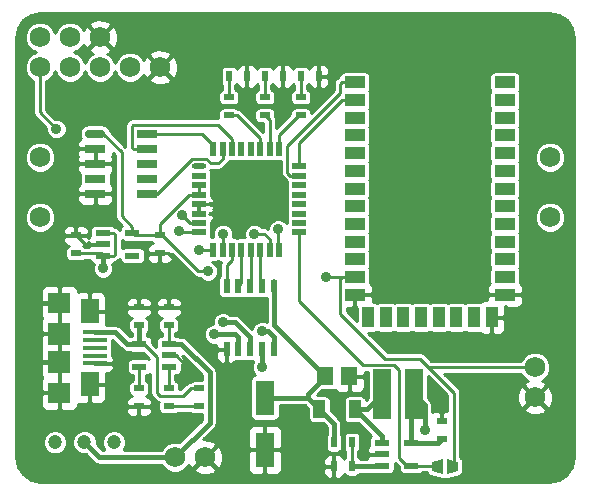
<source format=gbr>
G04 #@! TF.FileFunction,Copper,L1,Top,Signal*
%FSLAX46Y46*%
G04 Gerber Fmt 4.6, Leading zero omitted, Abs format (unit mm)*
G04 Created by KiCad (PCBNEW (after 2015-may-25 BZR unknown)-product) date 9/14/2015 8:53:30 AM*
%MOMM*%
G01*
G04 APERTURE LIST*
%ADD10C,0.100000*%
%ADD11R,0.900000X0.500000*%
%ADD12R,1.600000X3.000000*%
%ADD13R,1.400000X1.500000*%
%ADD14R,1.000000X1.500000*%
%ADD15R,1.900000X1.900000*%
%ADD16R,1.900000X1.800000*%
%ADD17R,1.600000X2.100000*%
%ADD18R,2.000000X0.400000*%
%ADD19R,1.500000X4.200000*%
%ADD20C,1.750000*%
%ADD21R,0.500000X0.900000*%
%ADD22C,1.200000*%
%ADD23R,1.300000X0.550000*%
%ADD24O,1.200000X0.500000*%
%ADD25R,1.200000X0.500000*%
%ADD26R,0.500000X1.200000*%
%ADD27O,0.580000X1.180000*%
%ADD28R,0.580000X1.180000*%
%ADD29R,1.750000X1.000000*%
%ADD30R,1.000000X1.750000*%
%ADD31O,1.750000X0.760000*%
%ADD32R,1.750000X0.760000*%
%ADD33C,0.889000*%
%ADD34C,0.400000*%
%ADD35C,0.254000*%
G04 APERTURE END LIST*
D10*
D11*
X126238000Y-88138000D03*
X126238000Y-86614000D03*
D12*
X142240000Y-104775000D03*
X142240000Y-100375000D03*
D13*
X147320000Y-98552000D03*
X149370000Y-98552000D03*
D11*
X133350000Y-86614000D03*
X133350000Y-88138000D03*
X157226000Y-103886000D03*
X157226000Y-102362000D03*
X131572000Y-94234000D03*
X131572000Y-92710000D03*
X134112000Y-94234000D03*
X134112000Y-92710000D03*
D14*
X149860000Y-101346000D03*
X146860000Y-101346000D03*
D11*
X136652000Y-99568000D03*
X136652000Y-101092000D03*
X145288000Y-76454000D03*
X145288000Y-74930000D03*
X142240000Y-76454000D03*
X142240000Y-74930000D03*
X139192000Y-76454000D03*
X139192000Y-74930000D03*
D15*
X124841000Y-97339000D03*
X124841000Y-94939000D03*
D16*
X124841000Y-99939000D03*
X124841000Y-92339000D03*
D17*
X127391000Y-93039000D03*
X127391000Y-99239000D03*
D18*
X127841000Y-95489000D03*
X127841000Y-96139000D03*
X127841000Y-96789000D03*
X127841000Y-97439000D03*
X127841000Y-94839000D03*
D10*
G36*
X157615000Y-105547000D02*
X158615000Y-105797000D01*
X158615000Y-106547000D01*
X157615000Y-106797000D01*
X157615000Y-105547000D01*
X157615000Y-105547000D01*
G37*
G36*
X156345000Y-105797000D02*
X157345000Y-105547000D01*
X157345000Y-106797000D01*
X156345000Y-106547000D01*
X156345000Y-105797000D01*
X156345000Y-105797000D01*
G37*
D19*
X152146000Y-100076000D03*
X154846000Y-100076000D03*
D20*
X125730000Y-69850000D03*
X123190000Y-72390000D03*
X125730000Y-72390000D03*
X128270000Y-72390000D03*
X130810000Y-72390000D03*
X165100000Y-97790000D03*
X165100000Y-100330000D03*
X166370000Y-80010000D03*
X166370000Y-85090000D03*
X123190000Y-80010000D03*
X123190000Y-85090000D03*
D21*
X148082000Y-104140000D03*
X149606000Y-104140000D03*
X149606000Y-106172000D03*
X148082000Y-106172000D03*
D11*
X134112000Y-101092000D03*
X134112000Y-99568000D03*
X131572000Y-99568000D03*
X131572000Y-101092000D03*
D21*
X145288000Y-73152000D03*
X146812000Y-73152000D03*
X142240000Y-73152000D03*
X143764000Y-73152000D03*
X139192000Y-73152000D03*
X140716000Y-73152000D03*
D22*
X124460000Y-104140000D03*
X126960000Y-104140000D03*
X129460000Y-104140000D03*
D23*
X128524000Y-86426000D03*
X128524000Y-87376000D03*
X128524000Y-88326000D03*
X131024000Y-88326000D03*
X131024000Y-86426000D03*
X152146000Y-104206000D03*
X152146000Y-105156000D03*
X152146000Y-106106000D03*
X154646000Y-106106000D03*
X154646000Y-104206000D03*
X134112000Y-97724000D03*
X134112000Y-96774000D03*
X134112000Y-95824000D03*
X131612000Y-95824000D03*
X131612000Y-97724000D03*
D24*
X136652000Y-80766000D03*
D25*
X136652000Y-81566000D03*
X136652000Y-82366000D03*
X136652000Y-83166000D03*
X136652000Y-83966000D03*
X136652000Y-84766000D03*
X136652000Y-85566000D03*
X136652000Y-86366000D03*
X145112000Y-86366000D03*
X145112000Y-85566000D03*
X145112000Y-84766000D03*
X145112000Y-83966000D03*
X145112000Y-83166000D03*
X145112000Y-82366000D03*
X145112000Y-81566000D03*
X145112000Y-80766000D03*
D26*
X137852000Y-87816000D03*
X138652000Y-87816000D03*
X139452000Y-87816000D03*
X140252000Y-87816000D03*
X141052000Y-87816000D03*
X141852000Y-87816000D03*
X142652000Y-87816000D03*
X143452000Y-87816000D03*
X143452000Y-79316000D03*
X142652000Y-79316000D03*
X141852000Y-79316000D03*
X141052000Y-79316000D03*
X140252000Y-79316000D03*
X139452000Y-79316000D03*
X138652000Y-79316000D03*
X137852000Y-79316000D03*
D27*
X143002000Y-90932000D03*
D28*
X142002000Y-90932000D03*
X141002000Y-90932000D03*
X140002000Y-90932000D03*
X139002000Y-90932000D03*
X139002000Y-96252000D03*
X140002000Y-96252000D03*
X141002000Y-96252000D03*
X142002000Y-96252000D03*
X143002000Y-96252000D03*
D29*
X149860000Y-73660000D03*
X149860000Y-75160000D03*
X149860000Y-76660000D03*
X149860000Y-78160000D03*
X149860000Y-79660000D03*
X149860000Y-81160000D03*
X149860000Y-82660000D03*
X149860000Y-84160000D03*
X149860000Y-85660000D03*
X149860000Y-87160000D03*
X149860000Y-88660000D03*
X149860000Y-90160000D03*
X149860000Y-91660000D03*
X162560000Y-91660000D03*
X162560000Y-90160000D03*
X162560000Y-88660000D03*
X162560000Y-87160000D03*
X162560000Y-85660000D03*
X162560000Y-84160000D03*
X162560000Y-82660000D03*
X162560000Y-81160000D03*
X162560000Y-79660000D03*
X162560000Y-78160000D03*
X162560000Y-76660000D03*
X162560000Y-75160000D03*
X162560000Y-73660000D03*
D30*
X150960000Y-93560000D03*
X152460000Y-93560000D03*
X153960000Y-93560000D03*
X155460000Y-93560000D03*
X156960000Y-93560000D03*
X158460000Y-93560000D03*
X159960000Y-93560000D03*
X161460000Y-93560000D03*
D31*
X127873000Y-78018000D03*
D32*
X132223000Y-78018000D03*
X127873000Y-79288000D03*
X132223000Y-79288000D03*
X127873000Y-80558000D03*
X132223000Y-80558000D03*
X127873000Y-81828000D03*
X132223000Y-81828000D03*
X127873000Y-83098000D03*
X132223000Y-83098000D03*
D20*
X137160000Y-105410000D03*
X134620000Y-105410000D03*
X128270000Y-69850000D03*
X133350000Y-72390000D03*
X123190000Y-69850000D03*
D33*
X135991600Y-98094800D03*
X137566400Y-96520000D03*
X159359600Y-100888800D03*
X157226000Y-100888800D03*
X136855200Y-90779600D03*
X138328400Y-83718400D03*
X147447000Y-90170000D03*
X137418445Y-89670255D03*
X135001000Y-86233000D03*
X135211724Y-84919724D03*
X136652000Y-87884000D03*
X124587000Y-77597000D03*
X138684000Y-86487000D03*
X141351000Y-86487000D03*
X143383000Y-86106000D03*
X141986000Y-94742000D03*
X141986000Y-97790000D03*
X138684000Y-93980000D03*
X137922000Y-94996000D03*
X155752800Y-103073200D03*
X128524000Y-89408000D03*
D34*
X134620000Y-105410000D02*
X128230000Y-105410000D01*
X128230000Y-105410000D02*
X126960000Y-104140000D01*
X134620000Y-105410000D02*
X137556001Y-102473999D01*
X137556001Y-102473999D02*
X137556001Y-98218001D01*
X137556001Y-98218001D02*
X135162000Y-95824000D01*
X135162000Y-95824000D02*
X134112000Y-95824000D01*
D35*
X134112000Y-95824000D02*
X134112000Y-94234000D01*
X134112000Y-96774000D02*
X134670800Y-96774000D01*
X134670800Y-96774000D02*
X135991600Y-98094800D01*
X157226000Y-102362000D02*
X157226000Y-100888800D01*
X136652000Y-84766000D02*
X136652000Y-83966000D01*
X136652000Y-83966000D02*
X138080800Y-83966000D01*
X136695600Y-90779600D02*
X136855200Y-90779600D01*
X134054000Y-88138000D02*
X136695600Y-90779600D01*
X134054000Y-88138000D02*
X133350000Y-88138000D01*
X138080800Y-83966000D02*
X138328400Y-83718400D01*
X128524000Y-87376000D02*
X127000000Y-87376000D01*
X127000000Y-87376000D02*
X126238000Y-86614000D01*
D34*
X143002000Y-94184000D02*
X143002000Y-90932000D01*
X147320000Y-98552000D02*
X147320000Y-98502000D01*
X147320000Y-98502000D02*
X143002000Y-94184000D01*
X148082000Y-104140000D02*
X148082000Y-102568000D01*
X148082000Y-102568000D02*
X146860000Y-101346000D01*
X145889000Y-100375000D02*
X145889000Y-100033000D01*
X145889000Y-100033000D02*
X147320000Y-98602000D01*
X147320000Y-98602000D02*
X147320000Y-98552000D01*
X142240000Y-100375000D02*
X145889000Y-100375000D01*
X145889000Y-100375000D02*
X146860000Y-101346000D01*
D35*
X137418445Y-89670255D02*
X136606255Y-89670255D01*
X136606255Y-89670255D02*
X133550000Y-86614000D01*
X133550000Y-86614000D02*
X133350000Y-86614000D01*
X147447000Y-90170000D02*
X149850000Y-90170000D01*
X149850000Y-90170000D02*
X149860000Y-90160000D01*
X155392791Y-97086989D02*
X156095802Y-97790000D01*
X156095802Y-97790000D02*
X165100000Y-97790000D01*
X149860000Y-90160000D02*
X148731000Y-90160000D01*
X148731000Y-90160000D02*
X148603999Y-90287001D01*
X148603999Y-90287001D02*
X148603999Y-93264801D01*
X148603999Y-93264801D02*
X152426187Y-97086989D01*
X152426187Y-97086989D02*
X155392791Y-97086989D01*
X155392791Y-97086989D02*
X158242000Y-99936198D01*
X158242000Y-99936198D02*
X158242000Y-104648000D01*
X158242000Y-104648000D02*
X158242000Y-106172000D01*
X136652000Y-83166000D02*
X136652000Y-82366000D01*
X133350000Y-86614000D02*
X133350000Y-85614000D01*
X133350000Y-85614000D02*
X135798000Y-83166000D01*
X135798000Y-83166000D02*
X136652000Y-83166000D01*
X133350000Y-86614000D02*
X131212000Y-86614000D01*
X131212000Y-86614000D02*
X131024000Y-86426000D01*
X127873000Y-78018000D02*
X128543802Y-78018000D01*
X128543802Y-78018000D02*
X130120000Y-79594198D01*
X130120000Y-79594198D02*
X130120000Y-84993000D01*
X130120000Y-84993000D02*
X131024000Y-85897000D01*
X131024000Y-85897000D02*
X131024000Y-86426000D01*
D34*
X131612000Y-95824000D02*
X131612000Y-94274000D01*
X131612000Y-94274000D02*
X131572000Y-94234000D01*
X131612000Y-95824000D02*
X130562000Y-95824000D01*
X130562000Y-95824000D02*
X129572999Y-94834999D01*
X129572999Y-94834999D02*
X129204201Y-94834999D01*
X129204201Y-94834999D02*
X127841000Y-94834999D01*
D35*
X131987000Y-95824000D02*
X133080999Y-96917999D01*
X133080999Y-96917999D02*
X133080999Y-99922801D01*
X133080999Y-99922801D02*
X133357199Y-100199001D01*
X133357199Y-100199001D02*
X135316999Y-100199001D01*
X135316999Y-100199001D02*
X135948000Y-99568000D01*
X131612000Y-95824000D02*
X131987000Y-95824000D01*
X135948000Y-99568000D02*
X136652000Y-99568000D01*
D34*
X149860000Y-101346000D02*
X150876000Y-101346000D01*
X150876000Y-101346000D02*
X152146000Y-100076000D01*
X152146000Y-104206000D02*
X152146000Y-103632000D01*
X152146000Y-103632000D02*
X149860000Y-101346000D01*
D35*
X136652000Y-101092000D02*
X134112000Y-101092000D01*
X143452000Y-79316000D02*
X143452000Y-78090000D01*
X143452000Y-78090000D02*
X145088000Y-76454000D01*
X145088000Y-76454000D02*
X145288000Y-76454000D01*
X145288000Y-74930000D02*
X145288000Y-73152000D01*
X142652000Y-79316000D02*
X142652000Y-76866000D01*
X142652000Y-76866000D02*
X142240000Y-76454000D01*
X142240000Y-74930000D02*
X142240000Y-73152000D01*
X141852000Y-79316000D02*
X141852000Y-78410000D01*
X141852000Y-78410000D02*
X139896000Y-76454000D01*
X139896000Y-76454000D02*
X139192000Y-76454000D01*
X139192000Y-74930000D02*
X139192000Y-73152000D01*
X145112000Y-81566000D02*
X144376198Y-81566000D01*
X144376198Y-81566000D02*
X144130999Y-81320801D01*
X144130999Y-81320801D02*
X144130999Y-79041567D01*
X144130999Y-79041567D02*
X148603999Y-74568567D01*
X148603999Y-74568567D02*
X148603999Y-73787001D01*
X148603999Y-73787001D02*
X148731000Y-73660000D01*
X148731000Y-73660000D02*
X149860000Y-73660000D01*
X145112000Y-80766000D02*
X145112000Y-78779000D01*
X145112000Y-78779000D02*
X148731000Y-75160000D01*
X148731000Y-75160000D02*
X149860000Y-75160000D01*
X132223000Y-78018000D02*
X136904000Y-78018000D01*
X136904000Y-78018000D02*
X137852000Y-78966000D01*
X137852000Y-78966000D02*
X137852000Y-79316000D01*
X132223000Y-79288000D02*
X131094000Y-79288000D01*
X131094000Y-79288000D02*
X130966999Y-79160999D01*
X130966999Y-79160999D02*
X130966999Y-77333199D01*
X130966999Y-77333199D02*
X131043199Y-77256999D01*
X131043199Y-77256999D02*
X138246999Y-77256999D01*
X138246999Y-77256999D02*
X139452000Y-78462000D01*
X139452000Y-78462000D02*
X139452000Y-79316000D01*
X137646382Y-80518000D02*
X138304000Y-80518000D01*
X138304000Y-80518000D02*
X138652000Y-80170000D01*
X138652000Y-80170000D02*
X138652000Y-79316000D01*
X132223000Y-83098000D02*
X133077618Y-83098000D01*
X133077618Y-83098000D02*
X136040628Y-80134990D01*
X136040628Y-80134990D02*
X137263372Y-80134990D01*
X137263372Y-80134990D02*
X137646382Y-80518000D01*
X145112000Y-86366000D02*
X145112000Y-91966154D01*
X154646000Y-106106000D02*
X154271000Y-106106000D01*
X154271000Y-106106000D02*
X153614999Y-105449999D01*
X153614999Y-105449999D02*
X153614999Y-98009197D01*
X153614999Y-98009197D02*
X153200801Y-97594999D01*
X153200801Y-97594999D02*
X150510000Y-97594999D01*
X150510000Y-97594999D02*
X145112000Y-92196999D01*
X145112000Y-92196999D02*
X145112000Y-91966154D01*
X154646000Y-106106000D02*
X156906000Y-106106000D01*
X136652000Y-86366000D02*
X135134000Y-86366000D01*
X135134000Y-86366000D02*
X135001000Y-86233000D01*
X136652000Y-85566000D02*
X135858000Y-85566000D01*
X135858000Y-85566000D02*
X135211724Y-84919724D01*
X136652000Y-87884000D02*
X137784000Y-87884000D01*
X137784000Y-87884000D02*
X137852000Y-87816000D01*
X123190000Y-72390000D02*
X123190000Y-76200000D01*
X123190000Y-76200000D02*
X124587000Y-77597000D01*
X138684000Y-86487000D02*
X138684000Y-87784000D01*
X138684000Y-87784000D02*
X138652000Y-87816000D01*
X142652000Y-87816000D02*
X142652000Y-86962000D01*
X142652000Y-86962000D02*
X142177000Y-86487000D01*
X142177000Y-86487000D02*
X141351000Y-86487000D01*
X143383000Y-86106000D02*
X143383000Y-87747000D01*
X143383000Y-87747000D02*
X143452000Y-87816000D01*
D34*
X143002000Y-96252000D02*
X143002000Y-95262000D01*
X143002000Y-95262000D02*
X142482000Y-94742000D01*
X142482000Y-94742000D02*
X141986000Y-94742000D01*
X142002000Y-96252000D02*
X142002000Y-97774000D01*
X142002000Y-97774000D02*
X141986000Y-97790000D01*
X141002000Y-96252000D02*
X141002000Y-95262000D01*
X141002000Y-95262000D02*
X139720000Y-93980000D01*
X139720000Y-93980000D02*
X138684000Y-93980000D01*
X140002000Y-96252000D02*
X140002000Y-95262000D01*
X140002000Y-95262000D02*
X139736000Y-94996000D01*
X139736000Y-94996000D02*
X137922000Y-94996000D01*
D35*
X149606000Y-104140000D02*
X149606000Y-106172000D01*
D34*
X149606000Y-106172000D02*
X152080000Y-106172000D01*
X152080000Y-106172000D02*
X152146000Y-106106000D01*
D35*
X134112000Y-97724000D02*
X134112000Y-99568000D01*
X131612000Y-97724000D02*
X131612000Y-99528000D01*
X131612000Y-99528000D02*
X131572000Y-99568000D01*
X139452000Y-87816000D02*
X139452000Y-88670000D01*
X139452000Y-88670000D02*
X139002000Y-89120000D01*
X139002000Y-89120000D02*
X139002000Y-90088000D01*
X139002000Y-90088000D02*
X139002000Y-90932000D01*
X140252000Y-87816000D02*
X140252000Y-90682000D01*
X140252000Y-90682000D02*
X140002000Y-90932000D01*
X141052000Y-87816000D02*
X141052000Y-90882000D01*
X141052000Y-90882000D02*
X141002000Y-90932000D01*
X141852000Y-87816000D02*
X141852000Y-90782000D01*
X141852000Y-90782000D02*
X142002000Y-90932000D01*
D34*
X155752800Y-103073200D02*
X155752800Y-100982800D01*
X155752800Y-100982800D02*
X154846000Y-100076000D01*
X154646000Y-104206000D02*
X156906000Y-104206000D01*
X156906000Y-104206000D02*
X157226000Y-103886000D01*
X154646000Y-104206000D02*
X154646000Y-100276000D01*
X154646000Y-100276000D02*
X154846000Y-100076000D01*
X128524000Y-89408000D02*
X128524000Y-88326000D01*
D35*
X128524000Y-88326000D02*
X129428000Y-88326000D01*
X129428000Y-88326000D02*
X129555001Y-88198999D01*
X129555001Y-88198999D02*
X129555001Y-86553001D01*
X129555001Y-86553001D02*
X129428000Y-86426000D01*
X129428000Y-86426000D02*
X128524000Y-86426000D01*
X126238000Y-88138000D02*
X128336000Y-88138000D01*
X128336000Y-88138000D02*
X128524000Y-88326000D01*
G36*
X128592000Y-87424000D02*
X128572000Y-87424000D01*
X128572000Y-87444000D01*
X128476000Y-87444000D01*
X128476000Y-87424000D01*
X127397750Y-87424000D01*
X127239000Y-87582750D01*
X127239000Y-87584000D01*
X126999031Y-87584000D01*
X126997776Y-87582088D01*
X126855868Y-87486300D01*
X126848525Y-87484827D01*
X127047699Y-87402327D01*
X127226327Y-87223698D01*
X127239000Y-87193102D01*
X127245986Y-87176236D01*
X127397750Y-87328000D01*
X128476000Y-87328000D01*
X128476000Y-87308000D01*
X128572000Y-87308000D01*
X128572000Y-87328000D01*
X128592000Y-87328000D01*
X128592000Y-87424000D01*
X128592000Y-87424000D01*
G37*
X128592000Y-87424000D02*
X128572000Y-87424000D01*
X128572000Y-87444000D01*
X128476000Y-87444000D01*
X128476000Y-87424000D01*
X127397750Y-87424000D01*
X127239000Y-87582750D01*
X127239000Y-87584000D01*
X126999031Y-87584000D01*
X126997776Y-87582088D01*
X126855868Y-87486300D01*
X126848525Y-87484827D01*
X127047699Y-87402327D01*
X127226327Y-87223698D01*
X127239000Y-87193102D01*
X127245986Y-87176236D01*
X127397750Y-87328000D01*
X128476000Y-87328000D01*
X128476000Y-87308000D01*
X128572000Y-87308000D01*
X128572000Y-87328000D01*
X128592000Y-87328000D01*
X128592000Y-87424000D01*
G36*
X134180000Y-96822000D02*
X134160000Y-96822000D01*
X134160000Y-96842000D01*
X134064000Y-96842000D01*
X134064000Y-96822000D01*
X134044000Y-96822000D01*
X134044000Y-96726000D01*
X134064000Y-96726000D01*
X134064000Y-96706000D01*
X134160000Y-96706000D01*
X134160000Y-96726000D01*
X134180000Y-96726000D01*
X134180000Y-96822000D01*
X134180000Y-96822000D01*
G37*
X134180000Y-96822000D02*
X134160000Y-96822000D01*
X134160000Y-96842000D01*
X134064000Y-96842000D01*
X134064000Y-96822000D01*
X134044000Y-96822000D01*
X134044000Y-96726000D01*
X134064000Y-96726000D01*
X134064000Y-96706000D01*
X134160000Y-96706000D01*
X134160000Y-96726000D01*
X134180000Y-96726000D01*
X134180000Y-96822000D01*
G36*
X136821750Y-84814000D02*
X136700000Y-84814000D01*
X136700000Y-84834000D01*
X136604000Y-84834000D01*
X136604000Y-84814000D01*
X136584000Y-84814000D01*
X136584000Y-84718000D01*
X136604000Y-84718000D01*
X136604000Y-84692250D01*
X136604000Y-84039750D01*
X136604000Y-84014000D01*
X136584000Y-84014000D01*
X136584000Y-83918000D01*
X136604000Y-83918000D01*
X136604000Y-83898000D01*
X136700000Y-83898000D01*
X136700000Y-83918000D01*
X136821750Y-83918000D01*
X136725750Y-84014000D01*
X136700000Y-84014000D01*
X136700000Y-84039750D01*
X136700000Y-84692250D01*
X136700000Y-84718000D01*
X136725750Y-84718000D01*
X136821750Y-84814000D01*
X136821750Y-84814000D01*
G37*
X136821750Y-84814000D02*
X136700000Y-84814000D01*
X136700000Y-84834000D01*
X136604000Y-84834000D01*
X136604000Y-84814000D01*
X136584000Y-84814000D01*
X136584000Y-84718000D01*
X136604000Y-84718000D01*
X136604000Y-84692250D01*
X136604000Y-84039750D01*
X136604000Y-84014000D01*
X136584000Y-84014000D01*
X136584000Y-83918000D01*
X136604000Y-83918000D01*
X136604000Y-83898000D01*
X136700000Y-83898000D01*
X136700000Y-83918000D01*
X136821750Y-83918000D01*
X136725750Y-84014000D01*
X136700000Y-84014000D01*
X136700000Y-84039750D01*
X136700000Y-84692250D01*
X136700000Y-84718000D01*
X136725750Y-84718000D01*
X136821750Y-84814000D01*
G36*
X136929001Y-98882635D02*
X136202000Y-98882635D01*
X136039186Y-98914224D01*
X135896088Y-99008224D01*
X135883533Y-99026823D01*
X135735993Y-99056171D01*
X135556263Y-99176263D01*
X135087525Y-99645001D01*
X134997365Y-99645001D01*
X134997365Y-99318000D01*
X134965776Y-99155186D01*
X134871776Y-99012088D01*
X134729868Y-98916300D01*
X134666000Y-98903491D01*
X134666000Y-98434365D01*
X134762000Y-98434365D01*
X134924814Y-98402776D01*
X135067912Y-98308776D01*
X135163700Y-98166868D01*
X135197365Y-97999000D01*
X135197365Y-97511660D01*
X135300327Y-97408699D01*
X135397000Y-97175310D01*
X135397000Y-96980750D01*
X135238252Y-96822002D01*
X135273290Y-96822002D01*
X135397000Y-96945712D01*
X136929001Y-98477713D01*
X136929001Y-98882635D01*
X136929001Y-98882635D01*
G37*
X136929001Y-98882635D02*
X136202000Y-98882635D01*
X136039186Y-98914224D01*
X135896088Y-99008224D01*
X135883533Y-99026823D01*
X135735993Y-99056171D01*
X135556263Y-99176263D01*
X135087525Y-99645001D01*
X134997365Y-99645001D01*
X134997365Y-99318000D01*
X134965776Y-99155186D01*
X134871776Y-99012088D01*
X134729868Y-98916300D01*
X134666000Y-98903491D01*
X134666000Y-98434365D01*
X134762000Y-98434365D01*
X134924814Y-98402776D01*
X135067912Y-98308776D01*
X135163700Y-98166868D01*
X135197365Y-97999000D01*
X135197365Y-97511660D01*
X135300327Y-97408699D01*
X135397000Y-97175310D01*
X135397000Y-96980750D01*
X135238252Y-96822002D01*
X135273290Y-96822002D01*
X135397000Y-96945712D01*
X136929001Y-98477713D01*
X136929001Y-98882635D01*
G36*
X144106219Y-85168480D02*
X144076635Y-85316000D01*
X144076635Y-85567282D01*
X143877310Y-85367609D01*
X143557113Y-85234651D01*
X143210408Y-85234349D01*
X142889980Y-85366747D01*
X142644609Y-85611690D01*
X142511651Y-85931887D01*
X142511541Y-86057046D01*
X142389007Y-85975171D01*
X142177000Y-85933000D01*
X142029379Y-85933000D01*
X141845310Y-85748609D01*
X141525113Y-85615651D01*
X141178408Y-85615349D01*
X140857980Y-85747747D01*
X140612609Y-85992690D01*
X140479651Y-86312887D01*
X140479349Y-86659592D01*
X140531835Y-86786618D01*
X140502000Y-86780635D01*
X140002000Y-86780635D01*
X139849519Y-86810219D01*
X139702000Y-86780635D01*
X139505718Y-86780635D01*
X139555349Y-86661113D01*
X139555651Y-86314408D01*
X139423253Y-85993980D01*
X139178310Y-85748609D01*
X138858113Y-85615651D01*
X138511408Y-85615349D01*
X138190980Y-85747747D01*
X137945609Y-85992690D01*
X137812651Y-86312887D01*
X137812349Y-86659592D01*
X137862362Y-86780635D01*
X137654348Y-86780635D01*
X137687365Y-86616000D01*
X137687365Y-86116000D01*
X137657780Y-85963519D01*
X137687365Y-85816000D01*
X137687365Y-85478660D01*
X137790327Y-85375699D01*
X137887000Y-85142310D01*
X137887000Y-84972750D01*
X137728250Y-84814000D01*
X137467634Y-84814000D01*
X137611698Y-84754327D01*
X137648025Y-84718000D01*
X137728250Y-84718000D01*
X137887000Y-84559250D01*
X137887000Y-84389690D01*
X137877187Y-84366000D01*
X137887000Y-84342310D01*
X137887000Y-84172750D01*
X137728250Y-84014000D01*
X137648025Y-84014000D01*
X137611698Y-83977673D01*
X137467634Y-83918000D01*
X137728250Y-83918000D01*
X137887000Y-83759250D01*
X137887000Y-83589690D01*
X137790327Y-83356301D01*
X137687365Y-83253339D01*
X137687365Y-82916000D01*
X137657780Y-82763519D01*
X137687365Y-82616000D01*
X137687365Y-82116000D01*
X137657780Y-81963519D01*
X137687365Y-81816000D01*
X137687365Y-81316000D01*
X137655776Y-81153186D01*
X137609280Y-81082405D01*
X137619769Y-81066706D01*
X137619770Y-81066706D01*
X137646382Y-81072000D01*
X138304000Y-81072000D01*
X138516006Y-81029829D01*
X138516007Y-81029829D01*
X138695737Y-80909737D01*
X139043737Y-80561737D01*
X139163829Y-80382007D01*
X139163829Y-80382006D01*
X139171154Y-80345179D01*
X139202000Y-80351365D01*
X139702000Y-80351365D01*
X139854480Y-80321780D01*
X140002000Y-80351365D01*
X140502000Y-80351365D01*
X140654480Y-80321780D01*
X140802000Y-80351365D01*
X141302000Y-80351365D01*
X141454480Y-80321780D01*
X141602000Y-80351365D01*
X142102000Y-80351365D01*
X142254480Y-80321780D01*
X142402000Y-80351365D01*
X142902000Y-80351365D01*
X143054480Y-80321780D01*
X143202000Y-80351365D01*
X143576999Y-80351365D01*
X143576999Y-81320801D01*
X143619170Y-81532808D01*
X143739262Y-81712538D01*
X143984461Y-81957737D01*
X144093731Y-82030749D01*
X144076635Y-82116000D01*
X144076635Y-82616000D01*
X144106219Y-82768480D01*
X144076635Y-82916000D01*
X144076635Y-83416000D01*
X144106219Y-83568480D01*
X144076635Y-83716000D01*
X144076635Y-84216000D01*
X144106219Y-84368480D01*
X144076635Y-84516000D01*
X144076635Y-85016000D01*
X144106219Y-85168480D01*
X144106219Y-85168480D01*
G37*
X144106219Y-85168480D02*
X144076635Y-85316000D01*
X144076635Y-85567282D01*
X143877310Y-85367609D01*
X143557113Y-85234651D01*
X143210408Y-85234349D01*
X142889980Y-85366747D01*
X142644609Y-85611690D01*
X142511651Y-85931887D01*
X142511541Y-86057046D01*
X142389007Y-85975171D01*
X142177000Y-85933000D01*
X142029379Y-85933000D01*
X141845310Y-85748609D01*
X141525113Y-85615651D01*
X141178408Y-85615349D01*
X140857980Y-85747747D01*
X140612609Y-85992690D01*
X140479651Y-86312887D01*
X140479349Y-86659592D01*
X140531835Y-86786618D01*
X140502000Y-86780635D01*
X140002000Y-86780635D01*
X139849519Y-86810219D01*
X139702000Y-86780635D01*
X139505718Y-86780635D01*
X139555349Y-86661113D01*
X139555651Y-86314408D01*
X139423253Y-85993980D01*
X139178310Y-85748609D01*
X138858113Y-85615651D01*
X138511408Y-85615349D01*
X138190980Y-85747747D01*
X137945609Y-85992690D01*
X137812651Y-86312887D01*
X137812349Y-86659592D01*
X137862362Y-86780635D01*
X137654348Y-86780635D01*
X137687365Y-86616000D01*
X137687365Y-86116000D01*
X137657780Y-85963519D01*
X137687365Y-85816000D01*
X137687365Y-85478660D01*
X137790327Y-85375699D01*
X137887000Y-85142310D01*
X137887000Y-84972750D01*
X137728250Y-84814000D01*
X137467634Y-84814000D01*
X137611698Y-84754327D01*
X137648025Y-84718000D01*
X137728250Y-84718000D01*
X137887000Y-84559250D01*
X137887000Y-84389690D01*
X137877187Y-84366000D01*
X137887000Y-84342310D01*
X137887000Y-84172750D01*
X137728250Y-84014000D01*
X137648025Y-84014000D01*
X137611698Y-83977673D01*
X137467634Y-83918000D01*
X137728250Y-83918000D01*
X137887000Y-83759250D01*
X137887000Y-83589690D01*
X137790327Y-83356301D01*
X137687365Y-83253339D01*
X137687365Y-82916000D01*
X137657780Y-82763519D01*
X137687365Y-82616000D01*
X137687365Y-82116000D01*
X137657780Y-81963519D01*
X137687365Y-81816000D01*
X137687365Y-81316000D01*
X137655776Y-81153186D01*
X137609280Y-81082405D01*
X137619769Y-81066706D01*
X137619770Y-81066706D01*
X137646382Y-81072000D01*
X138304000Y-81072000D01*
X138516006Y-81029829D01*
X138516007Y-81029829D01*
X138695737Y-80909737D01*
X139043737Y-80561737D01*
X139163829Y-80382007D01*
X139163829Y-80382006D01*
X139171154Y-80345179D01*
X139202000Y-80351365D01*
X139702000Y-80351365D01*
X139854480Y-80321780D01*
X140002000Y-80351365D01*
X140502000Y-80351365D01*
X140654480Y-80321780D01*
X140802000Y-80351365D01*
X141302000Y-80351365D01*
X141454480Y-80321780D01*
X141602000Y-80351365D01*
X142102000Y-80351365D01*
X142254480Y-80321780D01*
X142402000Y-80351365D01*
X142902000Y-80351365D01*
X143054480Y-80321780D01*
X143202000Y-80351365D01*
X143576999Y-80351365D01*
X143576999Y-81320801D01*
X143619170Y-81532808D01*
X143739262Y-81712538D01*
X143984461Y-81957737D01*
X144093731Y-82030749D01*
X144076635Y-82116000D01*
X144076635Y-82616000D01*
X144106219Y-82768480D01*
X144076635Y-82916000D01*
X144076635Y-83416000D01*
X144106219Y-83568480D01*
X144076635Y-83716000D01*
X144076635Y-84216000D01*
X144106219Y-84368480D01*
X144076635Y-84516000D01*
X144076635Y-85016000D01*
X144106219Y-85168480D01*
G36*
X157688000Y-101477000D02*
X157549691Y-101477000D01*
X157432750Y-101477000D01*
X157274000Y-101635750D01*
X157274000Y-102314000D01*
X157294000Y-102314000D01*
X157294000Y-102410000D01*
X157274000Y-102410000D01*
X157274000Y-102430000D01*
X157178000Y-102430000D01*
X157178000Y-102410000D01*
X157158000Y-102410000D01*
X157158000Y-102314000D01*
X157178000Y-102314000D01*
X157178000Y-101635750D01*
X157019250Y-101477000D01*
X156902309Y-101477000D01*
X156649690Y-101477000D01*
X156416301Y-101573673D01*
X156379800Y-101610174D01*
X156379800Y-100982800D01*
X156332073Y-100742858D01*
X156332072Y-100742857D01*
X156196156Y-100539444D01*
X156031365Y-100374653D01*
X156031365Y-98509037D01*
X157688000Y-100165672D01*
X157688000Y-101477000D01*
X157688000Y-101477000D01*
G37*
X157688000Y-101477000D02*
X157549691Y-101477000D01*
X157432750Y-101477000D01*
X157274000Y-101635750D01*
X157274000Y-102314000D01*
X157294000Y-102314000D01*
X157294000Y-102410000D01*
X157274000Y-102410000D01*
X157274000Y-102430000D01*
X157178000Y-102430000D01*
X157178000Y-102410000D01*
X157158000Y-102410000D01*
X157158000Y-102314000D01*
X157178000Y-102314000D01*
X157178000Y-101635750D01*
X157019250Y-101477000D01*
X156902309Y-101477000D01*
X156649690Y-101477000D01*
X156416301Y-101573673D01*
X156379800Y-101610174D01*
X156379800Y-100982800D01*
X156332073Y-100742858D01*
X156332072Y-100742857D01*
X156196156Y-100539444D01*
X156031365Y-100374653D01*
X156031365Y-98509037D01*
X157688000Y-100165672D01*
X157688000Y-101477000D01*
G36*
X168433000Y-105363017D02*
X168267329Y-106195900D01*
X167822153Y-106862153D01*
X167672226Y-106962331D01*
X167672226Y-84832152D01*
X167672226Y-79752152D01*
X167474426Y-79273440D01*
X167108487Y-78906861D01*
X166630120Y-78708226D01*
X166112152Y-78707774D01*
X165633440Y-78905574D01*
X165266861Y-79271513D01*
X165068226Y-79749880D01*
X165067774Y-80267848D01*
X165265574Y-80746560D01*
X165631513Y-81113139D01*
X166109880Y-81311774D01*
X166627848Y-81312226D01*
X167106560Y-81114426D01*
X167473139Y-80748487D01*
X167671774Y-80270120D01*
X167672226Y-79752152D01*
X167672226Y-84832152D01*
X167474426Y-84353440D01*
X167108487Y-83986861D01*
X166630120Y-83788226D01*
X166112152Y-83787774D01*
X165633440Y-83985574D01*
X165266861Y-84351513D01*
X165068226Y-84829880D01*
X165067774Y-85347848D01*
X165265574Y-85826560D01*
X165631513Y-86193139D01*
X166109880Y-86391774D01*
X166627848Y-86392226D01*
X167106560Y-86194426D01*
X167473139Y-85828487D01*
X167671774Y-85350120D01*
X167672226Y-84832152D01*
X167672226Y-106962331D01*
X167155900Y-107307329D01*
X166612381Y-107415441D01*
X166612381Y-100041864D01*
X166402226Y-99522667D01*
X166402226Y-97532152D01*
X166204426Y-97053440D01*
X165838487Y-96686861D01*
X165360120Y-96488226D01*
X164842152Y-96487774D01*
X164363440Y-96685574D01*
X164070000Y-96978501D01*
X163996861Y-97051513D01*
X163920255Y-97236000D01*
X162595000Y-97236000D01*
X162595000Y-94561310D01*
X162595000Y-94308691D01*
X162595000Y-93766750D01*
X162436250Y-93608000D01*
X161508000Y-93608000D01*
X161508000Y-94911250D01*
X161666750Y-95070000D01*
X162086309Y-95070000D01*
X162319698Y-94973327D01*
X162498327Y-94794699D01*
X162595000Y-94561310D01*
X162595000Y-97236000D01*
X156325276Y-97236000D01*
X155784528Y-96695252D01*
X155604798Y-96575160D01*
X155392791Y-96532989D01*
X152655661Y-96532989D01*
X150993037Y-94870365D01*
X151460000Y-94870365D01*
X151622814Y-94838776D01*
X151710182Y-94781384D01*
X151792132Y-94836700D01*
X151960000Y-94870365D01*
X152960000Y-94870365D01*
X153122814Y-94838776D01*
X153210182Y-94781384D01*
X153292132Y-94836700D01*
X153460000Y-94870365D01*
X154460000Y-94870365D01*
X154622814Y-94838776D01*
X154710182Y-94781384D01*
X154792132Y-94836700D01*
X154960000Y-94870365D01*
X155960000Y-94870365D01*
X156122814Y-94838776D01*
X156210182Y-94781384D01*
X156292132Y-94836700D01*
X156460000Y-94870365D01*
X157460000Y-94870365D01*
X157622814Y-94838776D01*
X157710182Y-94781384D01*
X157792132Y-94836700D01*
X157960000Y-94870365D01*
X158960000Y-94870365D01*
X159122814Y-94838776D01*
X159210182Y-94781384D01*
X159292132Y-94836700D01*
X159460000Y-94870365D01*
X160460000Y-94870365D01*
X160491272Y-94864297D01*
X160600302Y-94973327D01*
X160833691Y-95070000D01*
X161253250Y-95070000D01*
X161412000Y-94911250D01*
X161412000Y-93608000D01*
X161392000Y-93608000D01*
X161392000Y-93512000D01*
X161412000Y-93512000D01*
X161412000Y-93492000D01*
X161508000Y-93492000D01*
X161508000Y-93512000D01*
X162436250Y-93512000D01*
X162595000Y-93353250D01*
X162595000Y-92811309D01*
X162595000Y-92795000D01*
X162608002Y-92795000D01*
X162608002Y-92636252D01*
X162766750Y-92795000D01*
X163561309Y-92795000D01*
X163794698Y-92698327D01*
X163973327Y-92519699D01*
X164070000Y-92286310D01*
X164070000Y-92033691D01*
X164070000Y-91866750D01*
X164070000Y-91453250D01*
X164070000Y-91286309D01*
X164070000Y-91033690D01*
X163973327Y-90800301D01*
X163864127Y-90691102D01*
X163870365Y-90660000D01*
X163870365Y-89660000D01*
X163838776Y-89497186D01*
X163781384Y-89409817D01*
X163836700Y-89327868D01*
X163870365Y-89160000D01*
X163870365Y-88160000D01*
X163838776Y-87997186D01*
X163781384Y-87909817D01*
X163836700Y-87827868D01*
X163870365Y-87660000D01*
X163870365Y-86660000D01*
X163838776Y-86497186D01*
X163781384Y-86409817D01*
X163836700Y-86327868D01*
X163870365Y-86160000D01*
X163870365Y-85160000D01*
X163838776Y-84997186D01*
X163781384Y-84909817D01*
X163836700Y-84827868D01*
X163870365Y-84660000D01*
X163870365Y-83660000D01*
X163838776Y-83497186D01*
X163781384Y-83409817D01*
X163836700Y-83327868D01*
X163870365Y-83160000D01*
X163870365Y-82160000D01*
X163838776Y-81997186D01*
X163781384Y-81909817D01*
X163836700Y-81827868D01*
X163870365Y-81660000D01*
X163870365Y-80660000D01*
X163838776Y-80497186D01*
X163781384Y-80409817D01*
X163836700Y-80327868D01*
X163870365Y-80160000D01*
X163870365Y-79160000D01*
X163838776Y-78997186D01*
X163781384Y-78909817D01*
X163836700Y-78827868D01*
X163870365Y-78660000D01*
X163870365Y-77660000D01*
X163838776Y-77497186D01*
X163781384Y-77409817D01*
X163836700Y-77327868D01*
X163870365Y-77160000D01*
X163870365Y-76160000D01*
X163838776Y-75997186D01*
X163781384Y-75909817D01*
X163836700Y-75827868D01*
X163870365Y-75660000D01*
X163870365Y-74660000D01*
X163838776Y-74497186D01*
X163781384Y-74409817D01*
X163836700Y-74327868D01*
X163870365Y-74160000D01*
X163870365Y-73160000D01*
X163838776Y-72997186D01*
X163744776Y-72854088D01*
X163602868Y-72758300D01*
X163435000Y-72724635D01*
X161685000Y-72724635D01*
X161522186Y-72756224D01*
X161379088Y-72850224D01*
X161283300Y-72992132D01*
X161249635Y-73160000D01*
X161249635Y-74160000D01*
X161281224Y-74322814D01*
X161338615Y-74410182D01*
X161283300Y-74492132D01*
X161249635Y-74660000D01*
X161249635Y-75660000D01*
X161281224Y-75822814D01*
X161338615Y-75910182D01*
X161283300Y-75992132D01*
X161249635Y-76160000D01*
X161249635Y-77160000D01*
X161281224Y-77322814D01*
X161338615Y-77410182D01*
X161283300Y-77492132D01*
X161249635Y-77660000D01*
X161249635Y-78660000D01*
X161281224Y-78822814D01*
X161338615Y-78910182D01*
X161283300Y-78992132D01*
X161249635Y-79160000D01*
X161249635Y-80160000D01*
X161281224Y-80322814D01*
X161338615Y-80410182D01*
X161283300Y-80492132D01*
X161249635Y-80660000D01*
X161249635Y-81660000D01*
X161281224Y-81822814D01*
X161338615Y-81910182D01*
X161283300Y-81992132D01*
X161249635Y-82160000D01*
X161249635Y-83160000D01*
X161281224Y-83322814D01*
X161338615Y-83410182D01*
X161283300Y-83492132D01*
X161249635Y-83660000D01*
X161249635Y-84660000D01*
X161281224Y-84822814D01*
X161338615Y-84910182D01*
X161283300Y-84992132D01*
X161249635Y-85160000D01*
X161249635Y-86160000D01*
X161281224Y-86322814D01*
X161338615Y-86410182D01*
X161283300Y-86492132D01*
X161249635Y-86660000D01*
X161249635Y-87660000D01*
X161281224Y-87822814D01*
X161338615Y-87910182D01*
X161283300Y-87992132D01*
X161249635Y-88160000D01*
X161249635Y-89160000D01*
X161281224Y-89322814D01*
X161338615Y-89410182D01*
X161283300Y-89492132D01*
X161249635Y-89660000D01*
X161249635Y-90660000D01*
X161255702Y-90691272D01*
X161146673Y-90800301D01*
X161050000Y-91033690D01*
X161050000Y-91286309D01*
X161050000Y-91453250D01*
X161208750Y-91612000D01*
X162512000Y-91612000D01*
X162512000Y-91592000D01*
X162608000Y-91592000D01*
X162608000Y-91612000D01*
X163911250Y-91612000D01*
X164070000Y-91453250D01*
X164070000Y-91866750D01*
X163911250Y-91708000D01*
X162608000Y-91708000D01*
X162608000Y-91728000D01*
X162512000Y-91728000D01*
X162512000Y-91708000D01*
X161208750Y-91708000D01*
X161050000Y-91866750D01*
X161050000Y-92033691D01*
X161050000Y-92050000D01*
X160833691Y-92050000D01*
X160600302Y-92146673D01*
X160491102Y-92255872D01*
X160460000Y-92249635D01*
X159460000Y-92249635D01*
X159297186Y-92281224D01*
X159209817Y-92338615D01*
X159127868Y-92283300D01*
X158960000Y-92249635D01*
X157960000Y-92249635D01*
X157797186Y-92281224D01*
X157709817Y-92338615D01*
X157627868Y-92283300D01*
X157460000Y-92249635D01*
X156460000Y-92249635D01*
X156297186Y-92281224D01*
X156209817Y-92338615D01*
X156127868Y-92283300D01*
X155960000Y-92249635D01*
X154960000Y-92249635D01*
X154797186Y-92281224D01*
X154709817Y-92338615D01*
X154627868Y-92283300D01*
X154460000Y-92249635D01*
X153460000Y-92249635D01*
X153297186Y-92281224D01*
X153209817Y-92338615D01*
X153127868Y-92283300D01*
X152960000Y-92249635D01*
X151960000Y-92249635D01*
X151797186Y-92281224D01*
X151709817Y-92338615D01*
X151627868Y-92283300D01*
X151460000Y-92249635D01*
X151370000Y-92249635D01*
X151370000Y-92033691D01*
X151370000Y-91866750D01*
X151211250Y-91708000D01*
X149908000Y-91708000D01*
X149908000Y-92636250D01*
X150024635Y-92752885D01*
X150024635Y-93901963D01*
X149157999Y-93035327D01*
X149157999Y-92795000D01*
X149653250Y-92795000D01*
X149812000Y-92636250D01*
X149812000Y-91708000D01*
X149792000Y-91708000D01*
X149792000Y-91612000D01*
X149812000Y-91612000D01*
X149812000Y-91592000D01*
X149908000Y-91592000D01*
X149908000Y-91612000D01*
X151211250Y-91612000D01*
X151370000Y-91453250D01*
X151370000Y-91286309D01*
X151370000Y-91033690D01*
X151273327Y-90800301D01*
X151164127Y-90691102D01*
X151170365Y-90660000D01*
X151170365Y-89660000D01*
X151138776Y-89497186D01*
X151081384Y-89409817D01*
X151136700Y-89327868D01*
X151170365Y-89160000D01*
X151170365Y-88160000D01*
X151138776Y-87997186D01*
X151081384Y-87909817D01*
X151136700Y-87827868D01*
X151170365Y-87660000D01*
X151170365Y-86660000D01*
X151138776Y-86497186D01*
X151081384Y-86409817D01*
X151136700Y-86327868D01*
X151170365Y-86160000D01*
X151170365Y-85160000D01*
X151138776Y-84997186D01*
X151081384Y-84909817D01*
X151136700Y-84827868D01*
X151170365Y-84660000D01*
X151170365Y-83660000D01*
X151138776Y-83497186D01*
X151081384Y-83409817D01*
X151136700Y-83327868D01*
X151170365Y-83160000D01*
X151170365Y-82160000D01*
X151138776Y-81997186D01*
X151081384Y-81909817D01*
X151136700Y-81827868D01*
X151170365Y-81660000D01*
X151170365Y-80660000D01*
X151138776Y-80497186D01*
X151081384Y-80409817D01*
X151136700Y-80327868D01*
X151170365Y-80160000D01*
X151170365Y-79160000D01*
X151138776Y-78997186D01*
X151081384Y-78909817D01*
X151136700Y-78827868D01*
X151170365Y-78660000D01*
X151170365Y-77660000D01*
X151138776Y-77497186D01*
X151081384Y-77409817D01*
X151136700Y-77327868D01*
X151170365Y-77160000D01*
X151170365Y-76160000D01*
X151138776Y-75997186D01*
X151081384Y-75909817D01*
X151136700Y-75827868D01*
X151170365Y-75660000D01*
X151170365Y-74660000D01*
X151138776Y-74497186D01*
X151081384Y-74409817D01*
X151136700Y-74327868D01*
X151170365Y-74160000D01*
X151170365Y-73160000D01*
X151138776Y-72997186D01*
X151044776Y-72854088D01*
X150902868Y-72758300D01*
X150735000Y-72724635D01*
X148985000Y-72724635D01*
X148822186Y-72756224D01*
X148679088Y-72850224D01*
X148583300Y-72992132D01*
X148553379Y-73141330D01*
X148518994Y-73148170D01*
X148339263Y-73268263D01*
X148212262Y-73395264D01*
X148092170Y-73574994D01*
X148049999Y-73787001D01*
X148049999Y-74339093D01*
X147697000Y-74692092D01*
X147697000Y-73728310D01*
X147697000Y-73475691D01*
X147697000Y-73358750D01*
X147697000Y-72945250D01*
X147697000Y-72828309D01*
X147697000Y-72575690D01*
X147600327Y-72342301D01*
X147421698Y-72163673D01*
X147188309Y-72067000D01*
X147018750Y-72067000D01*
X146860000Y-72225750D01*
X146860000Y-73104000D01*
X147538250Y-73104000D01*
X147697000Y-72945250D01*
X147697000Y-73358750D01*
X147538250Y-73200000D01*
X146860000Y-73200000D01*
X146860000Y-74078250D01*
X147018750Y-74237000D01*
X147188309Y-74237000D01*
X147421698Y-74140327D01*
X147600327Y-73961699D01*
X147697000Y-73728310D01*
X147697000Y-74692092D01*
X146764000Y-75625092D01*
X146764000Y-74078250D01*
X146764000Y-73200000D01*
X146744000Y-73200000D01*
X146744000Y-73104000D01*
X146764000Y-73104000D01*
X146764000Y-72225750D01*
X146605250Y-72067000D01*
X146435691Y-72067000D01*
X146202302Y-72163673D01*
X146023673Y-72342301D01*
X145941885Y-72539752D01*
X145941776Y-72539186D01*
X145847776Y-72396088D01*
X145705868Y-72300300D01*
X145538000Y-72266635D01*
X145038000Y-72266635D01*
X144875186Y-72298224D01*
X144732088Y-72392224D01*
X144636300Y-72534132D01*
X144634827Y-72541474D01*
X144552327Y-72342301D01*
X144373698Y-72163673D01*
X144140309Y-72067000D01*
X143970750Y-72067000D01*
X143812000Y-72225750D01*
X143812000Y-73104000D01*
X143832000Y-73104000D01*
X143832000Y-73200000D01*
X143812000Y-73200000D01*
X143812000Y-74078250D01*
X143970750Y-74237000D01*
X144140309Y-74237000D01*
X144373698Y-74140327D01*
X144552327Y-73961699D01*
X144634114Y-73764247D01*
X144634224Y-73764814D01*
X144728224Y-73907912D01*
X144734000Y-73911810D01*
X144734000Y-74264812D01*
X144675186Y-74276224D01*
X144532088Y-74370224D01*
X144436300Y-74512132D01*
X144402635Y-74680000D01*
X144402635Y-75180000D01*
X144434224Y-75342814D01*
X144528224Y-75485912D01*
X144670132Y-75581700D01*
X144838000Y-75615365D01*
X145738000Y-75615365D01*
X145900814Y-75583776D01*
X146043912Y-75489776D01*
X146139700Y-75347868D01*
X146173365Y-75180000D01*
X146173365Y-74680000D01*
X146141776Y-74517186D01*
X146047776Y-74374088D01*
X145905868Y-74278300D01*
X145842000Y-74265491D01*
X145842000Y-73913031D01*
X145843912Y-73911776D01*
X145939700Y-73769868D01*
X145941172Y-73762525D01*
X146023673Y-73961699D01*
X146202302Y-74140327D01*
X146435691Y-74237000D01*
X146605250Y-74237000D01*
X146764000Y-74078250D01*
X146764000Y-75625092D01*
X146173365Y-76215727D01*
X146173365Y-76204000D01*
X146141776Y-76041186D01*
X146047776Y-75898088D01*
X145905868Y-75802300D01*
X145738000Y-75768635D01*
X144838000Y-75768635D01*
X144675186Y-75800224D01*
X144532088Y-75894224D01*
X144436300Y-76036132D01*
X144402635Y-76204000D01*
X144402635Y-76355891D01*
X143716000Y-77042526D01*
X143716000Y-74078250D01*
X143716000Y-73200000D01*
X143696000Y-73200000D01*
X143696000Y-73104000D01*
X143716000Y-73104000D01*
X143716000Y-72225750D01*
X143557250Y-72067000D01*
X143387691Y-72067000D01*
X143154302Y-72163673D01*
X142975673Y-72342301D01*
X142893885Y-72539752D01*
X142893776Y-72539186D01*
X142799776Y-72396088D01*
X142657868Y-72300300D01*
X142490000Y-72266635D01*
X141990000Y-72266635D01*
X141827186Y-72298224D01*
X141684088Y-72392224D01*
X141588300Y-72534132D01*
X141586827Y-72541474D01*
X141504327Y-72342301D01*
X141325698Y-72163673D01*
X141092309Y-72067000D01*
X140922750Y-72067000D01*
X140764000Y-72225750D01*
X140764000Y-73104000D01*
X140784000Y-73104000D01*
X140784000Y-73200000D01*
X140764000Y-73200000D01*
X140764000Y-74078250D01*
X140922750Y-74237000D01*
X141092309Y-74237000D01*
X141325698Y-74140327D01*
X141504327Y-73961699D01*
X141586114Y-73764247D01*
X141586224Y-73764814D01*
X141680224Y-73907912D01*
X141686000Y-73911810D01*
X141686000Y-74264812D01*
X141627186Y-74276224D01*
X141484088Y-74370224D01*
X141388300Y-74512132D01*
X141354635Y-74680000D01*
X141354635Y-75180000D01*
X141386224Y-75342814D01*
X141480224Y-75485912D01*
X141622132Y-75581700D01*
X141790000Y-75615365D01*
X142690000Y-75615365D01*
X142852814Y-75583776D01*
X142995912Y-75489776D01*
X143091700Y-75347868D01*
X143125365Y-75180000D01*
X143125365Y-74680000D01*
X143093776Y-74517186D01*
X142999776Y-74374088D01*
X142857868Y-74278300D01*
X142794000Y-74265491D01*
X142794000Y-73913031D01*
X142795912Y-73911776D01*
X142891700Y-73769868D01*
X142893172Y-73762525D01*
X142975673Y-73961699D01*
X143154302Y-74140327D01*
X143387691Y-74237000D01*
X143557250Y-74237000D01*
X143716000Y-74078250D01*
X143716000Y-77042526D01*
X143206000Y-77552526D01*
X143206000Y-76866000D01*
X143163829Y-76653994D01*
X143163829Y-76653993D01*
X143125365Y-76596428D01*
X143125365Y-76596427D01*
X143125365Y-76204000D01*
X143093776Y-76041186D01*
X142999776Y-75898088D01*
X142857868Y-75802300D01*
X142690000Y-75768635D01*
X141790000Y-75768635D01*
X141627186Y-75800224D01*
X141484088Y-75894224D01*
X141388300Y-76036132D01*
X141354635Y-76204000D01*
X141354635Y-76704000D01*
X141386224Y-76866814D01*
X141480224Y-77009912D01*
X141622132Y-77105700D01*
X141790000Y-77139365D01*
X142098000Y-77139365D01*
X142098000Y-77872526D01*
X140668000Y-76442526D01*
X140668000Y-74078250D01*
X140668000Y-73200000D01*
X140648000Y-73200000D01*
X140648000Y-73104000D01*
X140668000Y-73104000D01*
X140668000Y-72225750D01*
X140509250Y-72067000D01*
X140339691Y-72067000D01*
X140106302Y-72163673D01*
X139927673Y-72342301D01*
X139845885Y-72539752D01*
X139845776Y-72539186D01*
X139751776Y-72396088D01*
X139609868Y-72300300D01*
X139442000Y-72266635D01*
X138942000Y-72266635D01*
X138779186Y-72298224D01*
X138636088Y-72392224D01*
X138540300Y-72534132D01*
X138506635Y-72702000D01*
X138506635Y-73602000D01*
X138538224Y-73764814D01*
X138632224Y-73907912D01*
X138638000Y-73911810D01*
X138638000Y-74264812D01*
X138579186Y-74276224D01*
X138436088Y-74370224D01*
X138340300Y-74512132D01*
X138306635Y-74680000D01*
X138306635Y-75180000D01*
X138338224Y-75342814D01*
X138432224Y-75485912D01*
X138574132Y-75581700D01*
X138742000Y-75615365D01*
X139642000Y-75615365D01*
X139804814Y-75583776D01*
X139947912Y-75489776D01*
X140043700Y-75347868D01*
X140077365Y-75180000D01*
X140077365Y-74680000D01*
X140045776Y-74517186D01*
X139951776Y-74374088D01*
X139809868Y-74278300D01*
X139746000Y-74265491D01*
X139746000Y-73913031D01*
X139747912Y-73911776D01*
X139843700Y-73769868D01*
X139845172Y-73762525D01*
X139927673Y-73961699D01*
X140106302Y-74140327D01*
X140339691Y-74237000D01*
X140509250Y-74237000D01*
X140668000Y-74078250D01*
X140668000Y-76442526D01*
X140287737Y-76062263D01*
X140108007Y-75942171D01*
X139961604Y-75913049D01*
X139951776Y-75898088D01*
X139809868Y-75802300D01*
X139642000Y-75768635D01*
X138742000Y-75768635D01*
X138579186Y-75800224D01*
X138436088Y-75894224D01*
X138340300Y-76036132D01*
X138306635Y-76204000D01*
X138306635Y-76704000D01*
X138308826Y-76715297D01*
X138246999Y-76702999D01*
X134862381Y-76702999D01*
X134862381Y-72101864D01*
X134636993Y-71545034D01*
X134623158Y-71524328D01*
X134359747Y-71448135D01*
X134291865Y-71516017D01*
X134291865Y-71380253D01*
X134215672Y-71116842D01*
X133662560Y-70882477D01*
X133061864Y-70877619D01*
X132505034Y-71103007D01*
X132484328Y-71116842D01*
X132408135Y-71380253D01*
X133350000Y-72322118D01*
X134291865Y-71380253D01*
X134291865Y-71516017D01*
X133417882Y-72390000D01*
X134359747Y-73331865D01*
X134623158Y-73255672D01*
X134857523Y-72702560D01*
X134862381Y-72101864D01*
X134862381Y-76702999D01*
X134291865Y-76702999D01*
X134291865Y-73399747D01*
X133350000Y-72457882D01*
X133282118Y-72525764D01*
X133282118Y-72390000D01*
X132340253Y-71448135D01*
X132076842Y-71524328D01*
X131967602Y-71782137D01*
X131914426Y-71653440D01*
X131548487Y-71286861D01*
X131070120Y-71088226D01*
X130552152Y-71087774D01*
X130073440Y-71285574D01*
X129782381Y-71576124D01*
X129782381Y-69561864D01*
X129556993Y-69005034D01*
X129543158Y-68984328D01*
X129279747Y-68908135D01*
X129211865Y-68976017D01*
X129211865Y-68840253D01*
X129135672Y-68576842D01*
X128582560Y-68342477D01*
X127981864Y-68337619D01*
X127425034Y-68563007D01*
X127404328Y-68576842D01*
X127328135Y-68840253D01*
X128270000Y-69782118D01*
X129211865Y-68840253D01*
X129211865Y-68976017D01*
X128337882Y-69850000D01*
X129279747Y-70791865D01*
X129543158Y-70715672D01*
X129777523Y-70162560D01*
X129782381Y-69561864D01*
X129782381Y-71576124D01*
X129706861Y-71651513D01*
X129539834Y-72053758D01*
X129374426Y-71653440D01*
X129008487Y-71286861D01*
X128878282Y-71232795D01*
X129114966Y-71136993D01*
X129135672Y-71123158D01*
X129211865Y-70859747D01*
X128270000Y-69917882D01*
X127328135Y-70859747D01*
X127404328Y-71123158D01*
X127662137Y-71232397D01*
X127533440Y-71285574D01*
X127166861Y-71651513D01*
X126999834Y-72053758D01*
X126834426Y-71653440D01*
X126468487Y-71286861D01*
X126066241Y-71119834D01*
X126466560Y-70954426D01*
X126833139Y-70588487D01*
X126887204Y-70458282D01*
X126983007Y-70694966D01*
X126996842Y-70715672D01*
X127260253Y-70791865D01*
X128202118Y-69850000D01*
X127260253Y-68908135D01*
X126996842Y-68984328D01*
X126887602Y-69242137D01*
X126834426Y-69113440D01*
X126468487Y-68746861D01*
X125990120Y-68548226D01*
X125472152Y-68547774D01*
X124993440Y-68745574D01*
X124626861Y-69111513D01*
X124459834Y-69513758D01*
X124294426Y-69113440D01*
X123928487Y-68746861D01*
X123450120Y-68548226D01*
X122932152Y-68547774D01*
X122453440Y-68745574D01*
X122086861Y-69111513D01*
X121888226Y-69589880D01*
X121887774Y-70107848D01*
X122085574Y-70586560D01*
X122451513Y-70953139D01*
X122853758Y-71120165D01*
X122453440Y-71285574D01*
X122086861Y-71651513D01*
X121888226Y-72129880D01*
X121887774Y-72647848D01*
X122085574Y-73126560D01*
X122451513Y-73493139D01*
X122636000Y-73569744D01*
X122636000Y-76200000D01*
X122678171Y-76412007D01*
X122798263Y-76591737D01*
X123715575Y-77509049D01*
X123715349Y-77769592D01*
X123847747Y-78090020D01*
X124092690Y-78335391D01*
X124412887Y-78468349D01*
X124759592Y-78468651D01*
X125080020Y-78336253D01*
X125325391Y-78091310D01*
X125458349Y-77771113D01*
X125458651Y-77424408D01*
X125326253Y-77103980D01*
X125081310Y-76858609D01*
X124761113Y-76725651D01*
X124498896Y-76725422D01*
X123744000Y-75970526D01*
X123744000Y-73569858D01*
X123926560Y-73494426D01*
X124293139Y-73128487D01*
X124460165Y-72726241D01*
X124625574Y-73126560D01*
X124991513Y-73493139D01*
X125469880Y-73691774D01*
X125987848Y-73692226D01*
X126466560Y-73494426D01*
X126833139Y-73128487D01*
X127000165Y-72726241D01*
X127165574Y-73126560D01*
X127531513Y-73493139D01*
X128009880Y-73691774D01*
X128527848Y-73692226D01*
X129006560Y-73494426D01*
X129373139Y-73128487D01*
X129540165Y-72726241D01*
X129705574Y-73126560D01*
X130071513Y-73493139D01*
X130549880Y-73691774D01*
X131067848Y-73692226D01*
X131546560Y-73494426D01*
X131913139Y-73128487D01*
X131967204Y-72998282D01*
X132063007Y-73234966D01*
X132076842Y-73255672D01*
X132340253Y-73331865D01*
X133282118Y-72390000D01*
X133282118Y-72525764D01*
X132408135Y-73399747D01*
X132484328Y-73663158D01*
X133037440Y-73897523D01*
X133638136Y-73902381D01*
X134194966Y-73676993D01*
X134215672Y-73663158D01*
X134291865Y-73399747D01*
X134291865Y-76702999D01*
X131043199Y-76702999D01*
X130831192Y-76745170D01*
X130651462Y-76865262D01*
X130575262Y-76941462D01*
X130455170Y-77121192D01*
X130412999Y-77333199D01*
X130412999Y-79103723D01*
X129169031Y-77859755D01*
X129139079Y-77709174D01*
X128964143Y-77447365D01*
X128702334Y-77272429D01*
X128393508Y-77211000D01*
X127352492Y-77211000D01*
X127043666Y-77272429D01*
X126781857Y-77447365D01*
X126606921Y-77709174D01*
X126545492Y-78018000D01*
X126606921Y-78326826D01*
X126636652Y-78371321D01*
X126459673Y-78548302D01*
X126363000Y-78781691D01*
X126363000Y-79081250D01*
X126521750Y-79240000D01*
X127825000Y-79240000D01*
X127825000Y-79220000D01*
X127921000Y-79220000D01*
X127921000Y-79240000D01*
X127941000Y-79240000D01*
X127941000Y-79336000D01*
X127921000Y-79336000D01*
X127921000Y-79701750D01*
X127921000Y-80144250D01*
X127921000Y-80510000D01*
X129224250Y-80510000D01*
X129383000Y-80351250D01*
X129383000Y-80051691D01*
X129329694Y-79923000D01*
X129383000Y-79794309D01*
X129383000Y-79640672D01*
X129566000Y-79823672D01*
X129566000Y-84993000D01*
X129608171Y-85205007D01*
X129728263Y-85384737D01*
X130138498Y-85794972D01*
X130068088Y-85841224D01*
X129972300Y-85983132D01*
X129938635Y-86151000D01*
X129938635Y-86153161D01*
X129819737Y-86034263D01*
X129640007Y-85914171D01*
X129512494Y-85888807D01*
X129483776Y-85845088D01*
X129383000Y-85777064D01*
X129383000Y-83604309D01*
X129383000Y-83304750D01*
X129383000Y-82891250D01*
X129383000Y-82591691D01*
X129286327Y-82358302D01*
X129175457Y-82247431D01*
X129183365Y-82208000D01*
X129183365Y-81448000D01*
X129175672Y-81408352D01*
X129286327Y-81297698D01*
X129383000Y-81064309D01*
X129383000Y-80764750D01*
X129224250Y-80606000D01*
X127921000Y-80606000D01*
X127921000Y-80626000D01*
X127825000Y-80626000D01*
X127825000Y-80606000D01*
X127825000Y-80510000D01*
X127825000Y-80144250D01*
X127825000Y-79701750D01*
X127825000Y-79336000D01*
X126521750Y-79336000D01*
X126363000Y-79494750D01*
X126363000Y-79794309D01*
X126416305Y-79923000D01*
X126363000Y-80051691D01*
X126363000Y-80351250D01*
X126521750Y-80510000D01*
X127825000Y-80510000D01*
X127825000Y-80606000D01*
X126521750Y-80606000D01*
X126363000Y-80764750D01*
X126363000Y-81064309D01*
X126459673Y-81297698D01*
X126570542Y-81408568D01*
X126562635Y-81448000D01*
X126562635Y-82208000D01*
X126570327Y-82247647D01*
X126459673Y-82358302D01*
X126363000Y-82591691D01*
X126363000Y-82891250D01*
X126521750Y-83050000D01*
X127825000Y-83050000D01*
X127825000Y-83030000D01*
X127921000Y-83030000D01*
X127921000Y-83050000D01*
X129224250Y-83050000D01*
X129383000Y-82891250D01*
X129383000Y-83304750D01*
X129224250Y-83146000D01*
X127921000Y-83146000D01*
X127921000Y-83954250D01*
X128079750Y-84113000D01*
X128621691Y-84113000D01*
X128874310Y-84113000D01*
X129107699Y-84016327D01*
X129286327Y-83837698D01*
X129383000Y-83604309D01*
X129383000Y-85777064D01*
X129341868Y-85749300D01*
X129174000Y-85715635D01*
X127874000Y-85715635D01*
X127825000Y-85725141D01*
X127825000Y-83954250D01*
X127825000Y-83146000D01*
X126521750Y-83146000D01*
X126363000Y-83304750D01*
X126363000Y-83604309D01*
X126459673Y-83837698D01*
X126638301Y-84016327D01*
X126871690Y-84113000D01*
X127124309Y-84113000D01*
X127666250Y-84113000D01*
X127825000Y-83954250D01*
X127825000Y-85725141D01*
X127711186Y-85747224D01*
X127568088Y-85841224D01*
X127472300Y-85983132D01*
X127438635Y-86151000D01*
X127438635Y-86638339D01*
X127335673Y-86741301D01*
X127323000Y-86771896D01*
X127323000Y-86407250D01*
X127323000Y-86237691D01*
X127226327Y-86004302D01*
X127047699Y-85825673D01*
X126814310Y-85729000D01*
X126561691Y-85729000D01*
X126444750Y-85729000D01*
X126286000Y-85887750D01*
X126286000Y-86566000D01*
X127164250Y-86566000D01*
X127323000Y-86407250D01*
X127323000Y-86771896D01*
X127308691Y-86806441D01*
X127164250Y-86662000D01*
X126286000Y-86662000D01*
X126286000Y-86682000D01*
X126190000Y-86682000D01*
X126190000Y-86662000D01*
X126190000Y-86566000D01*
X126190000Y-85887750D01*
X126031250Y-85729000D01*
X125914309Y-85729000D01*
X125661690Y-85729000D01*
X125428301Y-85825673D01*
X125249673Y-86004302D01*
X125153000Y-86237691D01*
X125153000Y-86407250D01*
X125311750Y-86566000D01*
X126190000Y-86566000D01*
X126190000Y-86662000D01*
X125311750Y-86662000D01*
X125153000Y-86820750D01*
X125153000Y-86990309D01*
X125249673Y-87223698D01*
X125428301Y-87402327D01*
X125625752Y-87484114D01*
X125625186Y-87484224D01*
X125482088Y-87578224D01*
X125386300Y-87720132D01*
X125352635Y-87888000D01*
X125352635Y-88388000D01*
X125384224Y-88550814D01*
X125478224Y-88693912D01*
X125620132Y-88789700D01*
X125788000Y-88823365D01*
X126688000Y-88823365D01*
X126850814Y-88791776D01*
X126993912Y-88697776D01*
X126997810Y-88692000D01*
X127456290Y-88692000D01*
X127470224Y-88763814D01*
X127564224Y-88906912D01*
X127706132Y-89002700D01*
X127745380Y-89010571D01*
X127652651Y-89233887D01*
X127652349Y-89580592D01*
X127784747Y-89901020D01*
X128029690Y-90146391D01*
X128349887Y-90279349D01*
X128696592Y-90279651D01*
X129017020Y-90147253D01*
X129262391Y-89902310D01*
X129395349Y-89582113D01*
X129395651Y-89235408D01*
X129303061Y-89011324D01*
X129336814Y-89004776D01*
X129479912Y-88910776D01*
X129511958Y-88863299D01*
X129640006Y-88837829D01*
X129640007Y-88837829D01*
X129819737Y-88717737D01*
X129938635Y-88598839D01*
X129938635Y-88601000D01*
X129970224Y-88763814D01*
X130064224Y-88906912D01*
X130206132Y-89002700D01*
X130374000Y-89036365D01*
X131674000Y-89036365D01*
X131836814Y-89004776D01*
X131979912Y-88910776D01*
X132075700Y-88768868D01*
X132109365Y-88601000D01*
X132109365Y-88051000D01*
X132077776Y-87888186D01*
X131983776Y-87745088D01*
X131841868Y-87649300D01*
X131674000Y-87615635D01*
X130374000Y-87615635D01*
X130211186Y-87647224D01*
X130109001Y-87714348D01*
X130109001Y-87037136D01*
X130206132Y-87102700D01*
X130374000Y-87136365D01*
X131052960Y-87136365D01*
X131052961Y-87136365D01*
X131212000Y-87168000D01*
X132588968Y-87168000D01*
X132590224Y-87169912D01*
X132732132Y-87265700D01*
X132739474Y-87267172D01*
X132540301Y-87349673D01*
X132361673Y-87528302D01*
X132265000Y-87761691D01*
X132265000Y-87931250D01*
X132423750Y-88090000D01*
X133302000Y-88090000D01*
X133302000Y-88070000D01*
X133398000Y-88070000D01*
X133398000Y-88090000D01*
X133418000Y-88090000D01*
X133418000Y-88186000D01*
X133398000Y-88186000D01*
X133398000Y-88864250D01*
X133556750Y-89023000D01*
X133673691Y-89023000D01*
X133926310Y-89023000D01*
X134159699Y-88926327D01*
X134338327Y-88747698D01*
X134435000Y-88514309D01*
X134435000Y-88344750D01*
X134276252Y-88186002D01*
X134338528Y-88186002D01*
X136214518Y-90061992D01*
X136394248Y-90182084D01*
X136394249Y-90182084D01*
X136606255Y-90224255D01*
X136740065Y-90224255D01*
X136924135Y-90408646D01*
X137244332Y-90541604D01*
X137591037Y-90541906D01*
X137911465Y-90409508D01*
X138156836Y-90164565D01*
X138289794Y-89844368D01*
X138290096Y-89497663D01*
X138157698Y-89177235D01*
X137912755Y-88931864D01*
X137718892Y-88851365D01*
X138102000Y-88851365D01*
X138254480Y-88821780D01*
X138402000Y-88851365D01*
X138528008Y-88851365D01*
X138490171Y-88907993D01*
X138448000Y-89120000D01*
X138448000Y-90004692D01*
X138406088Y-90032224D01*
X138310300Y-90174132D01*
X138276635Y-90342000D01*
X138276635Y-91522000D01*
X138308224Y-91684814D01*
X138402224Y-91827912D01*
X138544132Y-91923700D01*
X138712000Y-91957365D01*
X139292000Y-91957365D01*
X139454814Y-91925776D01*
X139501638Y-91895017D01*
X139544132Y-91923700D01*
X139712000Y-91957365D01*
X140292000Y-91957365D01*
X140454814Y-91925776D01*
X140501638Y-91895017D01*
X140544132Y-91923700D01*
X140712000Y-91957365D01*
X141292000Y-91957365D01*
X141454814Y-91925776D01*
X141501638Y-91895017D01*
X141544132Y-91923700D01*
X141712000Y-91957365D01*
X142292000Y-91957365D01*
X142375000Y-91941261D01*
X142375000Y-93959880D01*
X142160113Y-93870651D01*
X141813408Y-93870349D01*
X141492980Y-94002747D01*
X141247609Y-94247690D01*
X141138108Y-94511396D01*
X140163356Y-93536644D01*
X139959943Y-93400728D01*
X139720000Y-93353000D01*
X139289506Y-93353000D01*
X139178310Y-93241609D01*
X138858113Y-93108651D01*
X138511408Y-93108349D01*
X138190980Y-93240747D01*
X137945609Y-93485690D01*
X137812651Y-93805887D01*
X137812373Y-94124403D01*
X137749408Y-94124349D01*
X137428980Y-94256747D01*
X137183609Y-94501690D01*
X137050651Y-94821887D01*
X137050349Y-95168592D01*
X137182747Y-95489020D01*
X137427690Y-95734391D01*
X137747887Y-95867349D01*
X138077000Y-95867635D01*
X138077000Y-96045250D01*
X138235750Y-96204000D01*
X138954000Y-96204000D01*
X138954000Y-96184000D01*
X139050000Y-96184000D01*
X139050000Y-96204000D01*
X139070000Y-96204000D01*
X139070000Y-96300000D01*
X139050000Y-96300000D01*
X139050000Y-97318250D01*
X139208750Y-97477000D01*
X139418310Y-97477000D01*
X139651699Y-97380327D01*
X139754660Y-97277365D01*
X140292000Y-97277365D01*
X140454814Y-97245776D01*
X140501638Y-97215017D01*
X140544132Y-97243700D01*
X140712000Y-97277365D01*
X141265966Y-97277365D01*
X141247609Y-97295690D01*
X141114651Y-97615887D01*
X141114349Y-97962592D01*
X141246747Y-98283020D01*
X141409077Y-98445634D01*
X141277186Y-98471224D01*
X141134088Y-98565224D01*
X141038300Y-98707132D01*
X141004635Y-98875000D01*
X141004635Y-101875000D01*
X141036224Y-102037814D01*
X141130224Y-102180912D01*
X141272132Y-102276700D01*
X141440000Y-102310365D01*
X143040000Y-102310365D01*
X143202814Y-102278776D01*
X143345912Y-102184776D01*
X143441700Y-102042868D01*
X143475365Y-101875000D01*
X143475365Y-101002000D01*
X145629288Y-101002000D01*
X145924635Y-101297347D01*
X145924635Y-102096000D01*
X145956224Y-102258814D01*
X146050224Y-102401912D01*
X146192132Y-102497700D01*
X146360000Y-102531365D01*
X147158653Y-102531365D01*
X147455000Y-102827712D01*
X147455000Y-103485539D01*
X147430300Y-103522132D01*
X147396635Y-103690000D01*
X147396635Y-104590000D01*
X147428224Y-104752814D01*
X147522224Y-104895912D01*
X147664132Y-104991700D01*
X147832000Y-105025365D01*
X148332000Y-105025365D01*
X148494814Y-104993776D01*
X148637912Y-104899776D01*
X148733700Y-104757868D01*
X148767365Y-104590000D01*
X148767365Y-103690000D01*
X148735776Y-103527186D01*
X148709000Y-103486424D01*
X148709000Y-102568000D01*
X148661273Y-102328058D01*
X148661272Y-102328057D01*
X148525356Y-102124644D01*
X147795365Y-101394653D01*
X147795365Y-100596000D01*
X147763776Y-100433186D01*
X147669776Y-100290088D01*
X147527868Y-100194300D01*
X147360000Y-100160635D01*
X146648077Y-100160635D01*
X147071347Y-99737365D01*
X148020000Y-99737365D01*
X148176898Y-99706923D01*
X148310302Y-99840327D01*
X148543691Y-99937000D01*
X149163250Y-99937000D01*
X149322000Y-99778250D01*
X149322000Y-98600000D01*
X149302000Y-98600000D01*
X149302000Y-98504000D01*
X149322000Y-98504000D01*
X149322000Y-98484000D01*
X149418000Y-98484000D01*
X149418000Y-98504000D01*
X150546250Y-98504000D01*
X150705000Y-98345250D01*
X150705000Y-98148999D01*
X150960635Y-98148999D01*
X150960635Y-100374653D01*
X150786252Y-100549035D01*
X150763776Y-100433186D01*
X150705000Y-100343710D01*
X150705000Y-99428310D01*
X150705000Y-99175691D01*
X150705000Y-98758750D01*
X150546250Y-98600000D01*
X149418000Y-98600000D01*
X149418000Y-99778250D01*
X149576750Y-99937000D01*
X150196309Y-99937000D01*
X150429698Y-99840327D01*
X150608327Y-99661699D01*
X150705000Y-99428310D01*
X150705000Y-100343710D01*
X150669776Y-100290088D01*
X150527868Y-100194300D01*
X150360000Y-100160635D01*
X149360000Y-100160635D01*
X149197186Y-100192224D01*
X149054088Y-100286224D01*
X148958300Y-100428132D01*
X148924635Y-100596000D01*
X148924635Y-102096000D01*
X148956224Y-102258814D01*
X149050224Y-102401912D01*
X149192132Y-102497700D01*
X149360000Y-102531365D01*
X150158653Y-102531365D01*
X151225349Y-103598061D01*
X151190088Y-103621224D01*
X151094300Y-103763132D01*
X151060635Y-103931000D01*
X151060635Y-104418339D01*
X150957673Y-104521301D01*
X150861000Y-104754690D01*
X150861000Y-104949250D01*
X151019750Y-105108000D01*
X152098000Y-105108000D01*
X152098000Y-105088000D01*
X152194000Y-105088000D01*
X152194000Y-105108000D01*
X152214000Y-105108000D01*
X152214000Y-105204000D01*
X152194000Y-105204000D01*
X152194000Y-105224000D01*
X152098000Y-105224000D01*
X152098000Y-105204000D01*
X151019750Y-105204000D01*
X150861000Y-105362750D01*
X150861000Y-105545000D01*
X150250457Y-105545000D01*
X150165776Y-105416088D01*
X150160000Y-105412189D01*
X150160000Y-104901031D01*
X150161912Y-104899776D01*
X150257700Y-104757868D01*
X150291365Y-104590000D01*
X150291365Y-103690000D01*
X150259776Y-103527186D01*
X150165776Y-103384088D01*
X150023868Y-103288300D01*
X149856000Y-103254635D01*
X149356000Y-103254635D01*
X149193186Y-103286224D01*
X149050088Y-103380224D01*
X148954300Y-103522132D01*
X148920635Y-103690000D01*
X148920635Y-104590000D01*
X148952224Y-104752814D01*
X149046224Y-104895912D01*
X149052000Y-104899810D01*
X149052000Y-105410968D01*
X149050088Y-105412224D01*
X148954300Y-105554132D01*
X148952827Y-105561474D01*
X148870327Y-105362301D01*
X148691698Y-105183673D01*
X148458309Y-105087000D01*
X148288750Y-105087000D01*
X148130000Y-105245750D01*
X148130000Y-106124000D01*
X148150000Y-106124000D01*
X148150000Y-106220000D01*
X148130000Y-106220000D01*
X148130000Y-107098250D01*
X148288750Y-107257000D01*
X148458309Y-107257000D01*
X148691698Y-107160327D01*
X148870327Y-106981699D01*
X148952114Y-106784247D01*
X148952224Y-106784814D01*
X149046224Y-106927912D01*
X149188132Y-107023700D01*
X149356000Y-107057365D01*
X149856000Y-107057365D01*
X150018814Y-107025776D01*
X150161912Y-106931776D01*
X150251535Y-106799000D01*
X151409410Y-106799000D01*
X151496000Y-106816365D01*
X152796000Y-106816365D01*
X152958814Y-106784776D01*
X153101912Y-106690776D01*
X153197700Y-106548868D01*
X153231365Y-106381000D01*
X153231365Y-105893660D01*
X153253275Y-105871749D01*
X153560635Y-106179109D01*
X153560635Y-106381000D01*
X153592224Y-106543814D01*
X153686224Y-106686912D01*
X153828132Y-106782700D01*
X153996000Y-106816365D01*
X155296000Y-106816365D01*
X155458814Y-106784776D01*
X155601912Y-106690776D01*
X155622685Y-106660000D01*
X155940552Y-106660000D01*
X155970279Y-106768646D01*
X156084717Y-106895993D01*
X156239408Y-106969367D01*
X157239408Y-107219367D01*
X157339536Y-107232331D01*
X157487020Y-107204675D01*
X157549570Y-107227421D01*
X157720592Y-107219367D01*
X158720592Y-106969367D01*
X158920912Y-106856776D01*
X159016700Y-106714868D01*
X159050365Y-106547000D01*
X159050365Y-105797000D01*
X158989721Y-105575354D01*
X158875283Y-105448007D01*
X158796000Y-105410400D01*
X158796000Y-104648000D01*
X158796000Y-99936198D01*
X158753829Y-99724192D01*
X158753829Y-99724191D01*
X158633737Y-99544461D01*
X157433276Y-98344000D01*
X163920141Y-98344000D01*
X163995574Y-98526560D01*
X164361513Y-98893139D01*
X164491717Y-98947204D01*
X164255034Y-99043007D01*
X164234328Y-99056842D01*
X164158135Y-99320253D01*
X165100000Y-100262118D01*
X166041865Y-99320253D01*
X165965672Y-99056842D01*
X165707862Y-98947602D01*
X165836560Y-98894426D01*
X166203139Y-98528487D01*
X166401774Y-98050120D01*
X166402226Y-97532152D01*
X166402226Y-99522667D01*
X166386993Y-99485034D01*
X166373158Y-99464328D01*
X166109747Y-99388135D01*
X165167882Y-100330000D01*
X166109747Y-101271865D01*
X166373158Y-101195672D01*
X166607523Y-100642560D01*
X166612381Y-100041864D01*
X166612381Y-107415441D01*
X166323017Y-107473000D01*
X166041865Y-107473000D01*
X166041865Y-101339747D01*
X165100000Y-100397882D01*
X165032118Y-100465764D01*
X165032118Y-100330000D01*
X164090253Y-99388135D01*
X163826842Y-99464328D01*
X163592477Y-100017440D01*
X163587619Y-100618136D01*
X163813007Y-101174966D01*
X163826842Y-101195672D01*
X164090253Y-101271865D01*
X165032118Y-100330000D01*
X165032118Y-100465764D01*
X164158135Y-101339747D01*
X164234328Y-101603158D01*
X164787440Y-101837523D01*
X165388136Y-101842381D01*
X165944966Y-101616993D01*
X165965672Y-101603158D01*
X166041865Y-101339747D01*
X166041865Y-107473000D01*
X148034000Y-107473000D01*
X148034000Y-107098250D01*
X148034000Y-106220000D01*
X148034000Y-106124000D01*
X148034000Y-105245750D01*
X147875250Y-105087000D01*
X147705691Y-105087000D01*
X147472302Y-105183673D01*
X147293673Y-105362301D01*
X147197000Y-105595690D01*
X147197000Y-105848309D01*
X147197000Y-105965250D01*
X147355750Y-106124000D01*
X148034000Y-106124000D01*
X148034000Y-106220000D01*
X147355750Y-106220000D01*
X147197000Y-106378750D01*
X147197000Y-106495691D01*
X147197000Y-106748310D01*
X147293673Y-106981699D01*
X147472302Y-107160327D01*
X147705691Y-107257000D01*
X147875250Y-107257000D01*
X148034000Y-107098250D01*
X148034000Y-107473000D01*
X143675000Y-107473000D01*
X143675000Y-106401309D01*
X143675000Y-104981750D01*
X143675000Y-104568250D01*
X143675000Y-103148691D01*
X143578327Y-102915302D01*
X143399699Y-102736673D01*
X143166310Y-102640000D01*
X142913691Y-102640000D01*
X142446750Y-102640000D01*
X142288000Y-102798750D01*
X142288000Y-104727000D01*
X143516250Y-104727000D01*
X143675000Y-104568250D01*
X143675000Y-104981750D01*
X143516250Y-104823000D01*
X142288000Y-104823000D01*
X142288000Y-106751250D01*
X142446750Y-106910000D01*
X142913691Y-106910000D01*
X143166310Y-106910000D01*
X143399699Y-106813327D01*
X143578327Y-106634698D01*
X143675000Y-106401309D01*
X143675000Y-107473000D01*
X142192000Y-107473000D01*
X142192000Y-106751250D01*
X142192000Y-104823000D01*
X142192000Y-104727000D01*
X142192000Y-102798750D01*
X142033250Y-102640000D01*
X141566309Y-102640000D01*
X141313690Y-102640000D01*
X141080301Y-102736673D01*
X140901673Y-102915302D01*
X140805000Y-103148691D01*
X140805000Y-104568250D01*
X140963750Y-104727000D01*
X142192000Y-104727000D01*
X142192000Y-104823000D01*
X140963750Y-104823000D01*
X140805000Y-104981750D01*
X140805000Y-106401309D01*
X140901673Y-106634698D01*
X141080301Y-106813327D01*
X141313690Y-106910000D01*
X141566309Y-106910000D01*
X142033250Y-106910000D01*
X142192000Y-106751250D01*
X142192000Y-107473000D01*
X138954000Y-107473000D01*
X138954000Y-97318250D01*
X138954000Y-96300000D01*
X138235750Y-96300000D01*
X138077000Y-96458750D01*
X138077000Y-96968309D01*
X138173673Y-97201698D01*
X138352301Y-97380327D01*
X138585690Y-97477000D01*
X138795250Y-97477000D01*
X138954000Y-97318250D01*
X138954000Y-107473000D01*
X138672381Y-107473000D01*
X138672381Y-105121864D01*
X138446993Y-104565034D01*
X138433158Y-104544328D01*
X138183001Y-104471968D01*
X138183001Y-102473999D01*
X138183001Y-98218001D01*
X138135274Y-97978059D01*
X138135273Y-97978058D01*
X137999357Y-97774645D01*
X135605356Y-95380644D01*
X135401943Y-95244728D01*
X135162000Y-95197000D01*
X135003497Y-95197000D01*
X134929868Y-95147300D01*
X134762000Y-95113635D01*
X134666000Y-95113635D01*
X134666000Y-94899187D01*
X134724814Y-94887776D01*
X134867912Y-94793776D01*
X134963700Y-94651868D01*
X134997365Y-94484000D01*
X134997365Y-93984000D01*
X134965776Y-93821186D01*
X134871776Y-93678088D01*
X134729868Y-93582300D01*
X134722525Y-93580827D01*
X134921699Y-93498327D01*
X135100327Y-93319698D01*
X135197000Y-93086309D01*
X135197000Y-92916750D01*
X135197000Y-92503250D01*
X135197000Y-92333691D01*
X135100327Y-92100302D01*
X134921699Y-91921673D01*
X134688310Y-91825000D01*
X134435691Y-91825000D01*
X134435000Y-91825000D01*
X134318750Y-91825000D01*
X134160000Y-91983750D01*
X134160000Y-92662000D01*
X135038250Y-92662000D01*
X135197000Y-92503250D01*
X135197000Y-92916750D01*
X135038250Y-92758000D01*
X134160000Y-92758000D01*
X134160000Y-92778000D01*
X134064000Y-92778000D01*
X134064000Y-92758000D01*
X134064000Y-92662000D01*
X134064000Y-91983750D01*
X133905250Y-91825000D01*
X133788309Y-91825000D01*
X133535690Y-91825000D01*
X133302301Y-91921673D01*
X133302000Y-91921974D01*
X133302000Y-88864250D01*
X133302000Y-88186000D01*
X132423750Y-88186000D01*
X132265000Y-88344750D01*
X132265000Y-88514309D01*
X132361673Y-88747698D01*
X132540301Y-88926327D01*
X132773690Y-89023000D01*
X133026309Y-89023000D01*
X133143250Y-89023000D01*
X133302000Y-88864250D01*
X133302000Y-91921974D01*
X133123673Y-92100302D01*
X133027000Y-92333691D01*
X133027000Y-92503250D01*
X133185750Y-92662000D01*
X134064000Y-92662000D01*
X134064000Y-92758000D01*
X133185750Y-92758000D01*
X133027000Y-92916750D01*
X133027000Y-93086309D01*
X133123673Y-93319698D01*
X133302301Y-93498327D01*
X133499752Y-93580114D01*
X133499186Y-93580224D01*
X133356088Y-93674224D01*
X133260300Y-93816132D01*
X133226635Y-93984000D01*
X133226635Y-94484000D01*
X133258224Y-94646814D01*
X133352224Y-94789912D01*
X133494132Y-94885700D01*
X133558000Y-94898508D01*
X133558000Y-95113635D01*
X133462000Y-95113635D01*
X133299186Y-95145224D01*
X133156088Y-95239224D01*
X133060300Y-95381132D01*
X133026635Y-95549000D01*
X133026635Y-96036339D01*
X133004724Y-96058250D01*
X132697365Y-95750891D01*
X132697365Y-95549000D01*
X132665776Y-95386186D01*
X132571776Y-95243088D01*
X132429868Y-95147300D01*
X132262000Y-95113635D01*
X132239000Y-95113635D01*
X132239000Y-94852181D01*
X132327912Y-94793776D01*
X132423700Y-94651868D01*
X132457365Y-94484000D01*
X132457365Y-93984000D01*
X132425776Y-93821186D01*
X132331776Y-93678088D01*
X132189868Y-93582300D01*
X132182525Y-93580827D01*
X132381699Y-93498327D01*
X132560327Y-93319698D01*
X132657000Y-93086309D01*
X132657000Y-92916750D01*
X132657000Y-92503250D01*
X132657000Y-92333691D01*
X132560327Y-92100302D01*
X132381699Y-91921673D01*
X132148310Y-91825000D01*
X131895691Y-91825000D01*
X131778750Y-91825000D01*
X131620000Y-91983750D01*
X131620000Y-92662000D01*
X132498250Y-92662000D01*
X132657000Y-92503250D01*
X132657000Y-92916750D01*
X132498250Y-92758000D01*
X131620000Y-92758000D01*
X131620000Y-92778000D01*
X131524000Y-92778000D01*
X131524000Y-92758000D01*
X131524000Y-92662000D01*
X131524000Y-91983750D01*
X131365250Y-91825000D01*
X131248309Y-91825000D01*
X130995690Y-91825000D01*
X130762301Y-91921673D01*
X130583673Y-92100302D01*
X130487000Y-92333691D01*
X130487000Y-92503250D01*
X130645750Y-92662000D01*
X131524000Y-92662000D01*
X131524000Y-92758000D01*
X130645750Y-92758000D01*
X130487000Y-92916750D01*
X130487000Y-93086309D01*
X130583673Y-93319698D01*
X130762301Y-93498327D01*
X130959752Y-93580114D01*
X130959186Y-93580224D01*
X130816088Y-93674224D01*
X130720300Y-93816132D01*
X130686635Y-93984000D01*
X130686635Y-94484000D01*
X130718224Y-94646814D01*
X130812224Y-94789912D01*
X130954132Y-94885700D01*
X130985000Y-94891890D01*
X130985000Y-95113635D01*
X130962000Y-95113635D01*
X130799186Y-95145224D01*
X130781532Y-95156820D01*
X130016355Y-94391643D01*
X129812942Y-94255727D01*
X129572999Y-94207999D01*
X129204201Y-94207999D01*
X128862760Y-94207999D01*
X128841000Y-94203635D01*
X128826000Y-94203635D01*
X128826000Y-93245750D01*
X128826000Y-92832250D01*
X128826000Y-91862691D01*
X128729327Y-91629302D01*
X128550699Y-91450673D01*
X128317310Y-91354000D01*
X128064691Y-91354000D01*
X127597750Y-91354000D01*
X127439000Y-91512750D01*
X127439000Y-92991000D01*
X128667250Y-92991000D01*
X128826000Y-92832250D01*
X128826000Y-93245750D01*
X128667250Y-93087000D01*
X127439000Y-93087000D01*
X127439000Y-93107000D01*
X127343000Y-93107000D01*
X127343000Y-93087000D01*
X127323000Y-93087000D01*
X127323000Y-92991000D01*
X127343000Y-92991000D01*
X127343000Y-91512750D01*
X127184250Y-91354000D01*
X126717309Y-91354000D01*
X126464690Y-91354000D01*
X126426000Y-91370025D01*
X126426000Y-91312691D01*
X126329327Y-91079302D01*
X126150699Y-90900673D01*
X125917310Y-90804000D01*
X125664691Y-90804000D01*
X125047750Y-90804000D01*
X124889000Y-90962750D01*
X124889000Y-92291000D01*
X124909000Y-92291000D01*
X124909000Y-92387000D01*
X124889000Y-92387000D01*
X124889000Y-93512750D01*
X124889000Y-93715250D01*
X124889000Y-94891000D01*
X124909000Y-94891000D01*
X124909000Y-94987000D01*
X124889000Y-94987000D01*
X124889000Y-95912750D01*
X124889000Y-96365250D01*
X124889000Y-97291000D01*
X124909000Y-97291000D01*
X124909000Y-97387000D01*
X124889000Y-97387000D01*
X124889000Y-98562750D01*
X124889000Y-98765250D01*
X124889000Y-99891000D01*
X124909000Y-99891000D01*
X124909000Y-99987000D01*
X124889000Y-99987000D01*
X124889000Y-101315250D01*
X125047750Y-101474000D01*
X125664691Y-101474000D01*
X125917310Y-101474000D01*
X126150699Y-101377327D01*
X126329327Y-101198698D01*
X126426000Y-100965309D01*
X126426000Y-100907974D01*
X126464690Y-100924000D01*
X126717309Y-100924000D01*
X127184250Y-100924000D01*
X127343000Y-100765250D01*
X127343000Y-99287000D01*
X127323000Y-99287000D01*
X127323000Y-99191000D01*
X127343000Y-99191000D01*
X127343000Y-99171000D01*
X127439000Y-99171000D01*
X127439000Y-99191000D01*
X128667250Y-99191000D01*
X128826000Y-99032250D01*
X128826000Y-98274000D01*
X128967310Y-98274000D01*
X129200699Y-98177327D01*
X129379327Y-97998698D01*
X129476000Y-97765309D01*
X129476000Y-97645750D01*
X129317250Y-97487000D01*
X127889000Y-97487000D01*
X127889000Y-97507000D01*
X127793000Y-97507000D01*
X127793000Y-97487000D01*
X127773000Y-97487000D01*
X127773000Y-97424365D01*
X128841000Y-97424365D01*
X129003814Y-97392776D01*
X129006517Y-97391000D01*
X129317250Y-97391000D01*
X129476000Y-97232250D01*
X129476000Y-97112691D01*
X129379327Y-96879302D01*
X129276365Y-96776339D01*
X129276365Y-96589000D01*
X129251711Y-96461932D01*
X129276365Y-96339000D01*
X129276365Y-95939000D01*
X129251711Y-95811932D01*
X129276365Y-95689000D01*
X129276365Y-95461999D01*
X129313286Y-95461999D01*
X130118644Y-96267356D01*
X130322057Y-96403272D01*
X130322058Y-96403273D01*
X130562000Y-96451000D01*
X130720502Y-96451000D01*
X130794132Y-96500700D01*
X130962000Y-96534365D01*
X131913891Y-96534365D01*
X132426062Y-97046536D01*
X132262000Y-97013635D01*
X130962000Y-97013635D01*
X130799186Y-97045224D01*
X130656088Y-97139224D01*
X130560300Y-97281132D01*
X130526635Y-97449000D01*
X130526635Y-97999000D01*
X130558224Y-98161814D01*
X130652224Y-98304912D01*
X130794132Y-98400700D01*
X130962000Y-98434365D01*
X131058000Y-98434365D01*
X131058000Y-98895052D01*
X130959186Y-98914224D01*
X130816088Y-99008224D01*
X130720300Y-99150132D01*
X130686635Y-99318000D01*
X130686635Y-99818000D01*
X130718224Y-99980814D01*
X130812224Y-100123912D01*
X130954132Y-100219700D01*
X130961474Y-100221172D01*
X130762301Y-100303673D01*
X130583673Y-100482302D01*
X130487000Y-100715691D01*
X130487000Y-100885250D01*
X130645750Y-101044000D01*
X131524000Y-101044000D01*
X131524000Y-101024000D01*
X131620000Y-101024000D01*
X131620000Y-101044000D01*
X132498250Y-101044000D01*
X132657000Y-100885250D01*
X132657000Y-100715691D01*
X132560327Y-100482302D01*
X132381699Y-100303673D01*
X132184247Y-100221885D01*
X132184814Y-100221776D01*
X132327912Y-100127776D01*
X132423700Y-99985868D01*
X132457365Y-99818000D01*
X132457365Y-99318000D01*
X132425776Y-99155186D01*
X132331776Y-99012088D01*
X132189868Y-98916300D01*
X132166000Y-98911513D01*
X132166000Y-98434365D01*
X132262000Y-98434365D01*
X132424814Y-98402776D01*
X132526999Y-98335651D01*
X132526999Y-99922801D01*
X132569170Y-100134808D01*
X132689262Y-100314538D01*
X132965462Y-100590738D01*
X133145192Y-100710830D01*
X133145193Y-100710830D01*
X133248807Y-100731440D01*
X133226635Y-100842000D01*
X133226635Y-101342000D01*
X133258224Y-101504814D01*
X133352224Y-101647912D01*
X133494132Y-101743700D01*
X133662000Y-101777365D01*
X134562000Y-101777365D01*
X134724814Y-101745776D01*
X134867912Y-101651776D01*
X134871810Y-101646000D01*
X135890968Y-101646000D01*
X135892224Y-101647912D01*
X136034132Y-101743700D01*
X136202000Y-101777365D01*
X136929001Y-101777365D01*
X136929001Y-102214287D01*
X134989601Y-104153686D01*
X134880120Y-104108226D01*
X134362152Y-104107774D01*
X133883440Y-104305574D01*
X133516861Y-104671513D01*
X133470567Y-104783000D01*
X132657000Y-104783000D01*
X132657000Y-101468309D01*
X132657000Y-101298750D01*
X132498250Y-101140000D01*
X131620000Y-101140000D01*
X131620000Y-101818250D01*
X131778750Y-101977000D01*
X131895691Y-101977000D01*
X132148310Y-101977000D01*
X132381699Y-101880327D01*
X132560327Y-101701698D01*
X132657000Y-101468309D01*
X132657000Y-104783000D01*
X131524000Y-104783000D01*
X131524000Y-101818250D01*
X131524000Y-101140000D01*
X130645750Y-101140000D01*
X130487000Y-101298750D01*
X130487000Y-101468309D01*
X130583673Y-101701698D01*
X130762301Y-101880327D01*
X130995690Y-101977000D01*
X131248309Y-101977000D01*
X131365250Y-101977000D01*
X131524000Y-101818250D01*
X131524000Y-104783000D01*
X130269542Y-104783000D01*
X130330140Y-104722508D01*
X130486821Y-104345179D01*
X130487178Y-103936613D01*
X130331156Y-103559011D01*
X130042508Y-103269860D01*
X129665179Y-103113179D01*
X129476000Y-103113013D01*
X129256613Y-103112822D01*
X128879011Y-103268844D01*
X128826000Y-103321762D01*
X128826000Y-100415309D01*
X128826000Y-99445750D01*
X128667250Y-99287000D01*
X127439000Y-99287000D01*
X127439000Y-100765250D01*
X127597750Y-100924000D01*
X128064691Y-100924000D01*
X128317310Y-100924000D01*
X128550699Y-100827327D01*
X128729327Y-100648698D01*
X128826000Y-100415309D01*
X128826000Y-103321762D01*
X128589860Y-103557492D01*
X128433179Y-103934821D01*
X128432822Y-104343387D01*
X128588844Y-104720989D01*
X128650747Y-104783000D01*
X128489712Y-104783000D01*
X127986877Y-104280165D01*
X127987178Y-103936613D01*
X127831156Y-103559011D01*
X127542508Y-103269860D01*
X127165179Y-103113179D01*
X126756613Y-103112822D01*
X126379011Y-103268844D01*
X126089860Y-103557492D01*
X125933179Y-103934821D01*
X125932822Y-104343387D01*
X126088844Y-104720989D01*
X126377492Y-105010140D01*
X126754821Y-105166821D01*
X127100410Y-105167122D01*
X127786644Y-105853356D01*
X127990057Y-105989272D01*
X127990058Y-105989272D01*
X128230000Y-106037000D01*
X133470304Y-106037000D01*
X133515574Y-106146560D01*
X133881513Y-106513139D01*
X134359880Y-106711774D01*
X134877848Y-106712226D01*
X135356560Y-106514426D01*
X135723139Y-106148487D01*
X135777204Y-106018282D01*
X135873007Y-106254966D01*
X135886842Y-106275672D01*
X136150253Y-106351865D01*
X137092118Y-105410000D01*
X137077975Y-105395857D01*
X137145857Y-105327975D01*
X137160000Y-105342118D01*
X138101865Y-104400253D01*
X138025672Y-104136842D01*
X137472560Y-103902477D01*
X137017911Y-103898800D01*
X137999357Y-102917355D01*
X138135273Y-102713942D01*
X138135273Y-102713941D01*
X138183001Y-102473999D01*
X138183001Y-104471968D01*
X138169747Y-104468135D01*
X137227882Y-105410000D01*
X138169747Y-106351865D01*
X138433158Y-106275672D01*
X138667523Y-105722560D01*
X138672381Y-105121864D01*
X138672381Y-107473000D01*
X138101865Y-107473000D01*
X138101865Y-106419747D01*
X137160000Y-105477882D01*
X136218135Y-106419747D01*
X136294328Y-106683158D01*
X136847440Y-106917523D01*
X137448136Y-106922381D01*
X138004966Y-106696993D01*
X138025672Y-106683158D01*
X138101865Y-106419747D01*
X138101865Y-107473000D01*
X125487178Y-107473000D01*
X125487178Y-103936613D01*
X125331156Y-103559011D01*
X125042508Y-103269860D01*
X124793000Y-103166255D01*
X124793000Y-101315250D01*
X124793000Y-99987000D01*
X124793000Y-99891000D01*
X124793000Y-98765250D01*
X124793000Y-98562750D01*
X124793000Y-97387000D01*
X124793000Y-97291000D01*
X124793000Y-96365250D01*
X124793000Y-95912750D01*
X124793000Y-94987000D01*
X124793000Y-94891000D01*
X124793000Y-93715250D01*
X124793000Y-93512750D01*
X124793000Y-92387000D01*
X124793000Y-92291000D01*
X124793000Y-90962750D01*
X124634250Y-90804000D01*
X124492226Y-90804000D01*
X124492226Y-84832152D01*
X124492226Y-79752152D01*
X124294426Y-79273440D01*
X123928487Y-78906861D01*
X123450120Y-78708226D01*
X122932152Y-78707774D01*
X122453440Y-78905574D01*
X122086861Y-79271513D01*
X121888226Y-79749880D01*
X121887774Y-80267848D01*
X122085574Y-80746560D01*
X122451513Y-81113139D01*
X122929880Y-81311774D01*
X123447848Y-81312226D01*
X123926560Y-81114426D01*
X124293139Y-80748487D01*
X124491774Y-80270120D01*
X124492226Y-79752152D01*
X124492226Y-84832152D01*
X124294426Y-84353440D01*
X123928487Y-83986861D01*
X123450120Y-83788226D01*
X122932152Y-83787774D01*
X122453440Y-83985574D01*
X122086861Y-84351513D01*
X121888226Y-84829880D01*
X121887774Y-85347848D01*
X122085574Y-85826560D01*
X122451513Y-86193139D01*
X122929880Y-86391774D01*
X123447848Y-86392226D01*
X123926560Y-86194426D01*
X124293139Y-85828487D01*
X124491774Y-85350120D01*
X124492226Y-84832152D01*
X124492226Y-90804000D01*
X124017309Y-90804000D01*
X123764690Y-90804000D01*
X123531301Y-90900673D01*
X123352673Y-91079302D01*
X123256000Y-91312691D01*
X123256000Y-92132250D01*
X123414750Y-92291000D01*
X124793000Y-92291000D01*
X124793000Y-92387000D01*
X123414750Y-92387000D01*
X123256000Y-92545750D01*
X123256000Y-93365309D01*
X123352673Y-93598698D01*
X123367974Y-93614000D01*
X123352673Y-93629302D01*
X123256000Y-93862691D01*
X123256000Y-94732250D01*
X123414750Y-94891000D01*
X124793000Y-94891000D01*
X124793000Y-94987000D01*
X123414750Y-94987000D01*
X123256000Y-95145750D01*
X123256000Y-96015309D01*
X123307234Y-96139000D01*
X123256000Y-96262691D01*
X123256000Y-97132250D01*
X123414750Y-97291000D01*
X124793000Y-97291000D01*
X124793000Y-97387000D01*
X123414750Y-97387000D01*
X123256000Y-97545750D01*
X123256000Y-98415309D01*
X123352673Y-98648698D01*
X123367974Y-98664000D01*
X123352673Y-98679302D01*
X123256000Y-98912691D01*
X123256000Y-99732250D01*
X123414750Y-99891000D01*
X124793000Y-99891000D01*
X124793000Y-99987000D01*
X123414750Y-99987000D01*
X123256000Y-100145750D01*
X123256000Y-100965309D01*
X123352673Y-101198698D01*
X123531301Y-101377327D01*
X123764690Y-101474000D01*
X124017309Y-101474000D01*
X124634250Y-101474000D01*
X124793000Y-101315250D01*
X124793000Y-103166255D01*
X124665179Y-103113179D01*
X124256613Y-103112822D01*
X123879011Y-103268844D01*
X123589860Y-103557492D01*
X123433179Y-103934821D01*
X123432822Y-104343387D01*
X123588844Y-104720989D01*
X123877492Y-105010140D01*
X124254821Y-105166821D01*
X124663387Y-105167178D01*
X125040989Y-105011156D01*
X125330140Y-104722508D01*
X125486821Y-104345179D01*
X125487178Y-103936613D01*
X125487178Y-107473000D01*
X123236982Y-107473000D01*
X122404099Y-107307329D01*
X121737846Y-106862153D01*
X121292670Y-106195900D01*
X121127000Y-105363017D01*
X121127000Y-69896982D01*
X121292670Y-69064099D01*
X121737846Y-68397846D01*
X122404099Y-67952670D01*
X123236982Y-67787000D01*
X166323017Y-67787000D01*
X167155900Y-67952670D01*
X167822153Y-68397846D01*
X168267329Y-69064099D01*
X168433000Y-69896982D01*
X168433000Y-105363017D01*
X168433000Y-105363017D01*
G37*
X168433000Y-105363017D02*
X168267329Y-106195900D01*
X167822153Y-106862153D01*
X167672226Y-106962331D01*
X167672226Y-84832152D01*
X167672226Y-79752152D01*
X167474426Y-79273440D01*
X167108487Y-78906861D01*
X166630120Y-78708226D01*
X166112152Y-78707774D01*
X165633440Y-78905574D01*
X165266861Y-79271513D01*
X165068226Y-79749880D01*
X165067774Y-80267848D01*
X165265574Y-80746560D01*
X165631513Y-81113139D01*
X166109880Y-81311774D01*
X166627848Y-81312226D01*
X167106560Y-81114426D01*
X167473139Y-80748487D01*
X167671774Y-80270120D01*
X167672226Y-79752152D01*
X167672226Y-84832152D01*
X167474426Y-84353440D01*
X167108487Y-83986861D01*
X166630120Y-83788226D01*
X166112152Y-83787774D01*
X165633440Y-83985574D01*
X165266861Y-84351513D01*
X165068226Y-84829880D01*
X165067774Y-85347848D01*
X165265574Y-85826560D01*
X165631513Y-86193139D01*
X166109880Y-86391774D01*
X166627848Y-86392226D01*
X167106560Y-86194426D01*
X167473139Y-85828487D01*
X167671774Y-85350120D01*
X167672226Y-84832152D01*
X167672226Y-106962331D01*
X167155900Y-107307329D01*
X166612381Y-107415441D01*
X166612381Y-100041864D01*
X166402226Y-99522667D01*
X166402226Y-97532152D01*
X166204426Y-97053440D01*
X165838487Y-96686861D01*
X165360120Y-96488226D01*
X164842152Y-96487774D01*
X164363440Y-96685574D01*
X164070000Y-96978501D01*
X163996861Y-97051513D01*
X163920255Y-97236000D01*
X162595000Y-97236000D01*
X162595000Y-94561310D01*
X162595000Y-94308691D01*
X162595000Y-93766750D01*
X162436250Y-93608000D01*
X161508000Y-93608000D01*
X161508000Y-94911250D01*
X161666750Y-95070000D01*
X162086309Y-95070000D01*
X162319698Y-94973327D01*
X162498327Y-94794699D01*
X162595000Y-94561310D01*
X162595000Y-97236000D01*
X156325276Y-97236000D01*
X155784528Y-96695252D01*
X155604798Y-96575160D01*
X155392791Y-96532989D01*
X152655661Y-96532989D01*
X150993037Y-94870365D01*
X151460000Y-94870365D01*
X151622814Y-94838776D01*
X151710182Y-94781384D01*
X151792132Y-94836700D01*
X151960000Y-94870365D01*
X152960000Y-94870365D01*
X153122814Y-94838776D01*
X153210182Y-94781384D01*
X153292132Y-94836700D01*
X153460000Y-94870365D01*
X154460000Y-94870365D01*
X154622814Y-94838776D01*
X154710182Y-94781384D01*
X154792132Y-94836700D01*
X154960000Y-94870365D01*
X155960000Y-94870365D01*
X156122814Y-94838776D01*
X156210182Y-94781384D01*
X156292132Y-94836700D01*
X156460000Y-94870365D01*
X157460000Y-94870365D01*
X157622814Y-94838776D01*
X157710182Y-94781384D01*
X157792132Y-94836700D01*
X157960000Y-94870365D01*
X158960000Y-94870365D01*
X159122814Y-94838776D01*
X159210182Y-94781384D01*
X159292132Y-94836700D01*
X159460000Y-94870365D01*
X160460000Y-94870365D01*
X160491272Y-94864297D01*
X160600302Y-94973327D01*
X160833691Y-95070000D01*
X161253250Y-95070000D01*
X161412000Y-94911250D01*
X161412000Y-93608000D01*
X161392000Y-93608000D01*
X161392000Y-93512000D01*
X161412000Y-93512000D01*
X161412000Y-93492000D01*
X161508000Y-93492000D01*
X161508000Y-93512000D01*
X162436250Y-93512000D01*
X162595000Y-93353250D01*
X162595000Y-92811309D01*
X162595000Y-92795000D01*
X162608002Y-92795000D01*
X162608002Y-92636252D01*
X162766750Y-92795000D01*
X163561309Y-92795000D01*
X163794698Y-92698327D01*
X163973327Y-92519699D01*
X164070000Y-92286310D01*
X164070000Y-92033691D01*
X164070000Y-91866750D01*
X164070000Y-91453250D01*
X164070000Y-91286309D01*
X164070000Y-91033690D01*
X163973327Y-90800301D01*
X163864127Y-90691102D01*
X163870365Y-90660000D01*
X163870365Y-89660000D01*
X163838776Y-89497186D01*
X163781384Y-89409817D01*
X163836700Y-89327868D01*
X163870365Y-89160000D01*
X163870365Y-88160000D01*
X163838776Y-87997186D01*
X163781384Y-87909817D01*
X163836700Y-87827868D01*
X163870365Y-87660000D01*
X163870365Y-86660000D01*
X163838776Y-86497186D01*
X163781384Y-86409817D01*
X163836700Y-86327868D01*
X163870365Y-86160000D01*
X163870365Y-85160000D01*
X163838776Y-84997186D01*
X163781384Y-84909817D01*
X163836700Y-84827868D01*
X163870365Y-84660000D01*
X163870365Y-83660000D01*
X163838776Y-83497186D01*
X163781384Y-83409817D01*
X163836700Y-83327868D01*
X163870365Y-83160000D01*
X163870365Y-82160000D01*
X163838776Y-81997186D01*
X163781384Y-81909817D01*
X163836700Y-81827868D01*
X163870365Y-81660000D01*
X163870365Y-80660000D01*
X163838776Y-80497186D01*
X163781384Y-80409817D01*
X163836700Y-80327868D01*
X163870365Y-80160000D01*
X163870365Y-79160000D01*
X163838776Y-78997186D01*
X163781384Y-78909817D01*
X163836700Y-78827868D01*
X163870365Y-78660000D01*
X163870365Y-77660000D01*
X163838776Y-77497186D01*
X163781384Y-77409817D01*
X163836700Y-77327868D01*
X163870365Y-77160000D01*
X163870365Y-76160000D01*
X163838776Y-75997186D01*
X163781384Y-75909817D01*
X163836700Y-75827868D01*
X163870365Y-75660000D01*
X163870365Y-74660000D01*
X163838776Y-74497186D01*
X163781384Y-74409817D01*
X163836700Y-74327868D01*
X163870365Y-74160000D01*
X163870365Y-73160000D01*
X163838776Y-72997186D01*
X163744776Y-72854088D01*
X163602868Y-72758300D01*
X163435000Y-72724635D01*
X161685000Y-72724635D01*
X161522186Y-72756224D01*
X161379088Y-72850224D01*
X161283300Y-72992132D01*
X161249635Y-73160000D01*
X161249635Y-74160000D01*
X161281224Y-74322814D01*
X161338615Y-74410182D01*
X161283300Y-74492132D01*
X161249635Y-74660000D01*
X161249635Y-75660000D01*
X161281224Y-75822814D01*
X161338615Y-75910182D01*
X161283300Y-75992132D01*
X161249635Y-76160000D01*
X161249635Y-77160000D01*
X161281224Y-77322814D01*
X161338615Y-77410182D01*
X161283300Y-77492132D01*
X161249635Y-77660000D01*
X161249635Y-78660000D01*
X161281224Y-78822814D01*
X161338615Y-78910182D01*
X161283300Y-78992132D01*
X161249635Y-79160000D01*
X161249635Y-80160000D01*
X161281224Y-80322814D01*
X161338615Y-80410182D01*
X161283300Y-80492132D01*
X161249635Y-80660000D01*
X161249635Y-81660000D01*
X161281224Y-81822814D01*
X161338615Y-81910182D01*
X161283300Y-81992132D01*
X161249635Y-82160000D01*
X161249635Y-83160000D01*
X161281224Y-83322814D01*
X161338615Y-83410182D01*
X161283300Y-83492132D01*
X161249635Y-83660000D01*
X161249635Y-84660000D01*
X161281224Y-84822814D01*
X161338615Y-84910182D01*
X161283300Y-84992132D01*
X161249635Y-85160000D01*
X161249635Y-86160000D01*
X161281224Y-86322814D01*
X161338615Y-86410182D01*
X161283300Y-86492132D01*
X161249635Y-86660000D01*
X161249635Y-87660000D01*
X161281224Y-87822814D01*
X161338615Y-87910182D01*
X161283300Y-87992132D01*
X161249635Y-88160000D01*
X161249635Y-89160000D01*
X161281224Y-89322814D01*
X161338615Y-89410182D01*
X161283300Y-89492132D01*
X161249635Y-89660000D01*
X161249635Y-90660000D01*
X161255702Y-90691272D01*
X161146673Y-90800301D01*
X161050000Y-91033690D01*
X161050000Y-91286309D01*
X161050000Y-91453250D01*
X161208750Y-91612000D01*
X162512000Y-91612000D01*
X162512000Y-91592000D01*
X162608000Y-91592000D01*
X162608000Y-91612000D01*
X163911250Y-91612000D01*
X164070000Y-91453250D01*
X164070000Y-91866750D01*
X163911250Y-91708000D01*
X162608000Y-91708000D01*
X162608000Y-91728000D01*
X162512000Y-91728000D01*
X162512000Y-91708000D01*
X161208750Y-91708000D01*
X161050000Y-91866750D01*
X161050000Y-92033691D01*
X161050000Y-92050000D01*
X160833691Y-92050000D01*
X160600302Y-92146673D01*
X160491102Y-92255872D01*
X160460000Y-92249635D01*
X159460000Y-92249635D01*
X159297186Y-92281224D01*
X159209817Y-92338615D01*
X159127868Y-92283300D01*
X158960000Y-92249635D01*
X157960000Y-92249635D01*
X157797186Y-92281224D01*
X157709817Y-92338615D01*
X157627868Y-92283300D01*
X157460000Y-92249635D01*
X156460000Y-92249635D01*
X156297186Y-92281224D01*
X156209817Y-92338615D01*
X156127868Y-92283300D01*
X155960000Y-92249635D01*
X154960000Y-92249635D01*
X154797186Y-92281224D01*
X154709817Y-92338615D01*
X154627868Y-92283300D01*
X154460000Y-92249635D01*
X153460000Y-92249635D01*
X153297186Y-92281224D01*
X153209817Y-92338615D01*
X153127868Y-92283300D01*
X152960000Y-92249635D01*
X151960000Y-92249635D01*
X151797186Y-92281224D01*
X151709817Y-92338615D01*
X151627868Y-92283300D01*
X151460000Y-92249635D01*
X151370000Y-92249635D01*
X151370000Y-92033691D01*
X151370000Y-91866750D01*
X151211250Y-91708000D01*
X149908000Y-91708000D01*
X149908000Y-92636250D01*
X150024635Y-92752885D01*
X150024635Y-93901963D01*
X149157999Y-93035327D01*
X149157999Y-92795000D01*
X149653250Y-92795000D01*
X149812000Y-92636250D01*
X149812000Y-91708000D01*
X149792000Y-91708000D01*
X149792000Y-91612000D01*
X149812000Y-91612000D01*
X149812000Y-91592000D01*
X149908000Y-91592000D01*
X149908000Y-91612000D01*
X151211250Y-91612000D01*
X151370000Y-91453250D01*
X151370000Y-91286309D01*
X151370000Y-91033690D01*
X151273327Y-90800301D01*
X151164127Y-90691102D01*
X151170365Y-90660000D01*
X151170365Y-89660000D01*
X151138776Y-89497186D01*
X151081384Y-89409817D01*
X151136700Y-89327868D01*
X151170365Y-89160000D01*
X151170365Y-88160000D01*
X151138776Y-87997186D01*
X151081384Y-87909817D01*
X151136700Y-87827868D01*
X151170365Y-87660000D01*
X151170365Y-86660000D01*
X151138776Y-86497186D01*
X151081384Y-86409817D01*
X151136700Y-86327868D01*
X151170365Y-86160000D01*
X151170365Y-85160000D01*
X151138776Y-84997186D01*
X151081384Y-84909817D01*
X151136700Y-84827868D01*
X151170365Y-84660000D01*
X151170365Y-83660000D01*
X151138776Y-83497186D01*
X151081384Y-83409817D01*
X151136700Y-83327868D01*
X151170365Y-83160000D01*
X151170365Y-82160000D01*
X151138776Y-81997186D01*
X151081384Y-81909817D01*
X151136700Y-81827868D01*
X151170365Y-81660000D01*
X151170365Y-80660000D01*
X151138776Y-80497186D01*
X151081384Y-80409817D01*
X151136700Y-80327868D01*
X151170365Y-80160000D01*
X151170365Y-79160000D01*
X151138776Y-78997186D01*
X151081384Y-78909817D01*
X151136700Y-78827868D01*
X151170365Y-78660000D01*
X151170365Y-77660000D01*
X151138776Y-77497186D01*
X151081384Y-77409817D01*
X151136700Y-77327868D01*
X151170365Y-77160000D01*
X151170365Y-76160000D01*
X151138776Y-75997186D01*
X151081384Y-75909817D01*
X151136700Y-75827868D01*
X151170365Y-75660000D01*
X151170365Y-74660000D01*
X151138776Y-74497186D01*
X151081384Y-74409817D01*
X151136700Y-74327868D01*
X151170365Y-74160000D01*
X151170365Y-73160000D01*
X151138776Y-72997186D01*
X151044776Y-72854088D01*
X150902868Y-72758300D01*
X150735000Y-72724635D01*
X148985000Y-72724635D01*
X148822186Y-72756224D01*
X148679088Y-72850224D01*
X148583300Y-72992132D01*
X148553379Y-73141330D01*
X148518994Y-73148170D01*
X148339263Y-73268263D01*
X148212262Y-73395264D01*
X148092170Y-73574994D01*
X148049999Y-73787001D01*
X148049999Y-74339093D01*
X147697000Y-74692092D01*
X147697000Y-73728310D01*
X147697000Y-73475691D01*
X147697000Y-73358750D01*
X147697000Y-72945250D01*
X147697000Y-72828309D01*
X147697000Y-72575690D01*
X147600327Y-72342301D01*
X147421698Y-72163673D01*
X147188309Y-72067000D01*
X147018750Y-72067000D01*
X146860000Y-72225750D01*
X146860000Y-73104000D01*
X147538250Y-73104000D01*
X147697000Y-72945250D01*
X147697000Y-73358750D01*
X147538250Y-73200000D01*
X146860000Y-73200000D01*
X146860000Y-74078250D01*
X147018750Y-74237000D01*
X147188309Y-74237000D01*
X147421698Y-74140327D01*
X147600327Y-73961699D01*
X147697000Y-73728310D01*
X147697000Y-74692092D01*
X146764000Y-75625092D01*
X146764000Y-74078250D01*
X146764000Y-73200000D01*
X146744000Y-73200000D01*
X146744000Y-73104000D01*
X146764000Y-73104000D01*
X146764000Y-72225750D01*
X146605250Y-72067000D01*
X146435691Y-72067000D01*
X146202302Y-72163673D01*
X146023673Y-72342301D01*
X145941885Y-72539752D01*
X145941776Y-72539186D01*
X145847776Y-72396088D01*
X145705868Y-72300300D01*
X145538000Y-72266635D01*
X145038000Y-72266635D01*
X144875186Y-72298224D01*
X144732088Y-72392224D01*
X144636300Y-72534132D01*
X144634827Y-72541474D01*
X144552327Y-72342301D01*
X144373698Y-72163673D01*
X144140309Y-72067000D01*
X143970750Y-72067000D01*
X143812000Y-72225750D01*
X143812000Y-73104000D01*
X143832000Y-73104000D01*
X143832000Y-73200000D01*
X143812000Y-73200000D01*
X143812000Y-74078250D01*
X143970750Y-74237000D01*
X144140309Y-74237000D01*
X144373698Y-74140327D01*
X144552327Y-73961699D01*
X144634114Y-73764247D01*
X144634224Y-73764814D01*
X144728224Y-73907912D01*
X144734000Y-73911810D01*
X144734000Y-74264812D01*
X144675186Y-74276224D01*
X144532088Y-74370224D01*
X144436300Y-74512132D01*
X144402635Y-74680000D01*
X144402635Y-75180000D01*
X144434224Y-75342814D01*
X144528224Y-75485912D01*
X144670132Y-75581700D01*
X144838000Y-75615365D01*
X145738000Y-75615365D01*
X145900814Y-75583776D01*
X146043912Y-75489776D01*
X146139700Y-75347868D01*
X146173365Y-75180000D01*
X146173365Y-74680000D01*
X146141776Y-74517186D01*
X146047776Y-74374088D01*
X145905868Y-74278300D01*
X145842000Y-74265491D01*
X145842000Y-73913031D01*
X145843912Y-73911776D01*
X145939700Y-73769868D01*
X145941172Y-73762525D01*
X146023673Y-73961699D01*
X146202302Y-74140327D01*
X146435691Y-74237000D01*
X146605250Y-74237000D01*
X146764000Y-74078250D01*
X146764000Y-75625092D01*
X146173365Y-76215727D01*
X146173365Y-76204000D01*
X146141776Y-76041186D01*
X146047776Y-75898088D01*
X145905868Y-75802300D01*
X145738000Y-75768635D01*
X144838000Y-75768635D01*
X144675186Y-75800224D01*
X144532088Y-75894224D01*
X144436300Y-76036132D01*
X144402635Y-76204000D01*
X144402635Y-76355891D01*
X143716000Y-77042526D01*
X143716000Y-74078250D01*
X143716000Y-73200000D01*
X143696000Y-73200000D01*
X143696000Y-73104000D01*
X143716000Y-73104000D01*
X143716000Y-72225750D01*
X143557250Y-72067000D01*
X143387691Y-72067000D01*
X143154302Y-72163673D01*
X142975673Y-72342301D01*
X142893885Y-72539752D01*
X142893776Y-72539186D01*
X142799776Y-72396088D01*
X142657868Y-72300300D01*
X142490000Y-72266635D01*
X141990000Y-72266635D01*
X141827186Y-72298224D01*
X141684088Y-72392224D01*
X141588300Y-72534132D01*
X141586827Y-72541474D01*
X141504327Y-72342301D01*
X141325698Y-72163673D01*
X141092309Y-72067000D01*
X140922750Y-72067000D01*
X140764000Y-72225750D01*
X140764000Y-73104000D01*
X140784000Y-73104000D01*
X140784000Y-73200000D01*
X140764000Y-73200000D01*
X140764000Y-74078250D01*
X140922750Y-74237000D01*
X141092309Y-74237000D01*
X141325698Y-74140327D01*
X141504327Y-73961699D01*
X141586114Y-73764247D01*
X141586224Y-73764814D01*
X141680224Y-73907912D01*
X141686000Y-73911810D01*
X141686000Y-74264812D01*
X141627186Y-74276224D01*
X141484088Y-74370224D01*
X141388300Y-74512132D01*
X141354635Y-74680000D01*
X141354635Y-75180000D01*
X141386224Y-75342814D01*
X141480224Y-75485912D01*
X141622132Y-75581700D01*
X141790000Y-75615365D01*
X142690000Y-75615365D01*
X142852814Y-75583776D01*
X142995912Y-75489776D01*
X143091700Y-75347868D01*
X143125365Y-75180000D01*
X143125365Y-74680000D01*
X143093776Y-74517186D01*
X142999776Y-74374088D01*
X142857868Y-74278300D01*
X142794000Y-74265491D01*
X142794000Y-73913031D01*
X142795912Y-73911776D01*
X142891700Y-73769868D01*
X142893172Y-73762525D01*
X142975673Y-73961699D01*
X143154302Y-74140327D01*
X143387691Y-74237000D01*
X143557250Y-74237000D01*
X143716000Y-74078250D01*
X143716000Y-77042526D01*
X143206000Y-77552526D01*
X143206000Y-76866000D01*
X143163829Y-76653994D01*
X143163829Y-76653993D01*
X143125365Y-76596428D01*
X143125365Y-76596427D01*
X143125365Y-76204000D01*
X143093776Y-76041186D01*
X142999776Y-75898088D01*
X142857868Y-75802300D01*
X142690000Y-75768635D01*
X141790000Y-75768635D01*
X141627186Y-75800224D01*
X141484088Y-75894224D01*
X141388300Y-76036132D01*
X141354635Y-76204000D01*
X141354635Y-76704000D01*
X141386224Y-76866814D01*
X141480224Y-77009912D01*
X141622132Y-77105700D01*
X141790000Y-77139365D01*
X142098000Y-77139365D01*
X142098000Y-77872526D01*
X140668000Y-76442526D01*
X140668000Y-74078250D01*
X140668000Y-73200000D01*
X140648000Y-73200000D01*
X140648000Y-73104000D01*
X140668000Y-73104000D01*
X140668000Y-72225750D01*
X140509250Y-72067000D01*
X140339691Y-72067000D01*
X140106302Y-72163673D01*
X139927673Y-72342301D01*
X139845885Y-72539752D01*
X139845776Y-72539186D01*
X139751776Y-72396088D01*
X139609868Y-72300300D01*
X139442000Y-72266635D01*
X138942000Y-72266635D01*
X138779186Y-72298224D01*
X138636088Y-72392224D01*
X138540300Y-72534132D01*
X138506635Y-72702000D01*
X138506635Y-73602000D01*
X138538224Y-73764814D01*
X138632224Y-73907912D01*
X138638000Y-73911810D01*
X138638000Y-74264812D01*
X138579186Y-74276224D01*
X138436088Y-74370224D01*
X138340300Y-74512132D01*
X138306635Y-74680000D01*
X138306635Y-75180000D01*
X138338224Y-75342814D01*
X138432224Y-75485912D01*
X138574132Y-75581700D01*
X138742000Y-75615365D01*
X139642000Y-75615365D01*
X139804814Y-75583776D01*
X139947912Y-75489776D01*
X140043700Y-75347868D01*
X140077365Y-75180000D01*
X140077365Y-74680000D01*
X140045776Y-74517186D01*
X139951776Y-74374088D01*
X139809868Y-74278300D01*
X139746000Y-74265491D01*
X139746000Y-73913031D01*
X139747912Y-73911776D01*
X139843700Y-73769868D01*
X139845172Y-73762525D01*
X139927673Y-73961699D01*
X140106302Y-74140327D01*
X140339691Y-74237000D01*
X140509250Y-74237000D01*
X140668000Y-74078250D01*
X140668000Y-76442526D01*
X140287737Y-76062263D01*
X140108007Y-75942171D01*
X139961604Y-75913049D01*
X139951776Y-75898088D01*
X139809868Y-75802300D01*
X139642000Y-75768635D01*
X138742000Y-75768635D01*
X138579186Y-75800224D01*
X138436088Y-75894224D01*
X138340300Y-76036132D01*
X138306635Y-76204000D01*
X138306635Y-76704000D01*
X138308826Y-76715297D01*
X138246999Y-76702999D01*
X134862381Y-76702999D01*
X134862381Y-72101864D01*
X134636993Y-71545034D01*
X134623158Y-71524328D01*
X134359747Y-71448135D01*
X134291865Y-71516017D01*
X134291865Y-71380253D01*
X134215672Y-71116842D01*
X133662560Y-70882477D01*
X133061864Y-70877619D01*
X132505034Y-71103007D01*
X132484328Y-71116842D01*
X132408135Y-71380253D01*
X133350000Y-72322118D01*
X134291865Y-71380253D01*
X134291865Y-71516017D01*
X133417882Y-72390000D01*
X134359747Y-73331865D01*
X134623158Y-73255672D01*
X134857523Y-72702560D01*
X134862381Y-72101864D01*
X134862381Y-76702999D01*
X134291865Y-76702999D01*
X134291865Y-73399747D01*
X133350000Y-72457882D01*
X133282118Y-72525764D01*
X133282118Y-72390000D01*
X132340253Y-71448135D01*
X132076842Y-71524328D01*
X131967602Y-71782137D01*
X131914426Y-71653440D01*
X131548487Y-71286861D01*
X131070120Y-71088226D01*
X130552152Y-71087774D01*
X130073440Y-71285574D01*
X129782381Y-71576124D01*
X129782381Y-69561864D01*
X129556993Y-69005034D01*
X129543158Y-68984328D01*
X129279747Y-68908135D01*
X129211865Y-68976017D01*
X129211865Y-68840253D01*
X129135672Y-68576842D01*
X128582560Y-68342477D01*
X127981864Y-68337619D01*
X127425034Y-68563007D01*
X127404328Y-68576842D01*
X127328135Y-68840253D01*
X128270000Y-69782118D01*
X129211865Y-68840253D01*
X129211865Y-68976017D01*
X128337882Y-69850000D01*
X129279747Y-70791865D01*
X129543158Y-70715672D01*
X129777523Y-70162560D01*
X129782381Y-69561864D01*
X129782381Y-71576124D01*
X129706861Y-71651513D01*
X129539834Y-72053758D01*
X129374426Y-71653440D01*
X129008487Y-71286861D01*
X128878282Y-71232795D01*
X129114966Y-71136993D01*
X129135672Y-71123158D01*
X129211865Y-70859747D01*
X128270000Y-69917882D01*
X127328135Y-70859747D01*
X127404328Y-71123158D01*
X127662137Y-71232397D01*
X127533440Y-71285574D01*
X127166861Y-71651513D01*
X126999834Y-72053758D01*
X126834426Y-71653440D01*
X126468487Y-71286861D01*
X126066241Y-71119834D01*
X126466560Y-70954426D01*
X126833139Y-70588487D01*
X126887204Y-70458282D01*
X126983007Y-70694966D01*
X126996842Y-70715672D01*
X127260253Y-70791865D01*
X128202118Y-69850000D01*
X127260253Y-68908135D01*
X126996842Y-68984328D01*
X126887602Y-69242137D01*
X126834426Y-69113440D01*
X126468487Y-68746861D01*
X125990120Y-68548226D01*
X125472152Y-68547774D01*
X124993440Y-68745574D01*
X124626861Y-69111513D01*
X124459834Y-69513758D01*
X124294426Y-69113440D01*
X123928487Y-68746861D01*
X123450120Y-68548226D01*
X122932152Y-68547774D01*
X122453440Y-68745574D01*
X122086861Y-69111513D01*
X121888226Y-69589880D01*
X121887774Y-70107848D01*
X122085574Y-70586560D01*
X122451513Y-70953139D01*
X122853758Y-71120165D01*
X122453440Y-71285574D01*
X122086861Y-71651513D01*
X121888226Y-72129880D01*
X121887774Y-72647848D01*
X122085574Y-73126560D01*
X122451513Y-73493139D01*
X122636000Y-73569744D01*
X122636000Y-76200000D01*
X122678171Y-76412007D01*
X122798263Y-76591737D01*
X123715575Y-77509049D01*
X123715349Y-77769592D01*
X123847747Y-78090020D01*
X124092690Y-78335391D01*
X124412887Y-78468349D01*
X124759592Y-78468651D01*
X125080020Y-78336253D01*
X125325391Y-78091310D01*
X125458349Y-77771113D01*
X125458651Y-77424408D01*
X125326253Y-77103980D01*
X125081310Y-76858609D01*
X124761113Y-76725651D01*
X124498896Y-76725422D01*
X123744000Y-75970526D01*
X123744000Y-73569858D01*
X123926560Y-73494426D01*
X124293139Y-73128487D01*
X124460165Y-72726241D01*
X124625574Y-73126560D01*
X124991513Y-73493139D01*
X125469880Y-73691774D01*
X125987848Y-73692226D01*
X126466560Y-73494426D01*
X126833139Y-73128487D01*
X127000165Y-72726241D01*
X127165574Y-73126560D01*
X127531513Y-73493139D01*
X128009880Y-73691774D01*
X128527848Y-73692226D01*
X129006560Y-73494426D01*
X129373139Y-73128487D01*
X129540165Y-72726241D01*
X129705574Y-73126560D01*
X130071513Y-73493139D01*
X130549880Y-73691774D01*
X131067848Y-73692226D01*
X131546560Y-73494426D01*
X131913139Y-73128487D01*
X131967204Y-72998282D01*
X132063007Y-73234966D01*
X132076842Y-73255672D01*
X132340253Y-73331865D01*
X133282118Y-72390000D01*
X133282118Y-72525764D01*
X132408135Y-73399747D01*
X132484328Y-73663158D01*
X133037440Y-73897523D01*
X133638136Y-73902381D01*
X134194966Y-73676993D01*
X134215672Y-73663158D01*
X134291865Y-73399747D01*
X134291865Y-76702999D01*
X131043199Y-76702999D01*
X130831192Y-76745170D01*
X130651462Y-76865262D01*
X130575262Y-76941462D01*
X130455170Y-77121192D01*
X130412999Y-77333199D01*
X130412999Y-79103723D01*
X129169031Y-77859755D01*
X129139079Y-77709174D01*
X128964143Y-77447365D01*
X128702334Y-77272429D01*
X128393508Y-77211000D01*
X127352492Y-77211000D01*
X127043666Y-77272429D01*
X126781857Y-77447365D01*
X126606921Y-77709174D01*
X126545492Y-78018000D01*
X126606921Y-78326826D01*
X126636652Y-78371321D01*
X126459673Y-78548302D01*
X126363000Y-78781691D01*
X126363000Y-79081250D01*
X126521750Y-79240000D01*
X127825000Y-79240000D01*
X127825000Y-79220000D01*
X127921000Y-79220000D01*
X127921000Y-79240000D01*
X127941000Y-79240000D01*
X127941000Y-79336000D01*
X127921000Y-79336000D01*
X127921000Y-79701750D01*
X127921000Y-80144250D01*
X127921000Y-80510000D01*
X129224250Y-80510000D01*
X129383000Y-80351250D01*
X129383000Y-80051691D01*
X129329694Y-79923000D01*
X129383000Y-79794309D01*
X129383000Y-79640672D01*
X129566000Y-79823672D01*
X129566000Y-84993000D01*
X129608171Y-85205007D01*
X129728263Y-85384737D01*
X130138498Y-85794972D01*
X130068088Y-85841224D01*
X129972300Y-85983132D01*
X129938635Y-86151000D01*
X129938635Y-86153161D01*
X129819737Y-86034263D01*
X129640007Y-85914171D01*
X129512494Y-85888807D01*
X129483776Y-85845088D01*
X129383000Y-85777064D01*
X129383000Y-83604309D01*
X129383000Y-83304750D01*
X129383000Y-82891250D01*
X129383000Y-82591691D01*
X129286327Y-82358302D01*
X129175457Y-82247431D01*
X129183365Y-82208000D01*
X129183365Y-81448000D01*
X129175672Y-81408352D01*
X129286327Y-81297698D01*
X129383000Y-81064309D01*
X129383000Y-80764750D01*
X129224250Y-80606000D01*
X127921000Y-80606000D01*
X127921000Y-80626000D01*
X127825000Y-80626000D01*
X127825000Y-80606000D01*
X127825000Y-80510000D01*
X127825000Y-80144250D01*
X127825000Y-79701750D01*
X127825000Y-79336000D01*
X126521750Y-79336000D01*
X126363000Y-79494750D01*
X126363000Y-79794309D01*
X126416305Y-79923000D01*
X126363000Y-80051691D01*
X126363000Y-80351250D01*
X126521750Y-80510000D01*
X127825000Y-80510000D01*
X127825000Y-80606000D01*
X126521750Y-80606000D01*
X126363000Y-80764750D01*
X126363000Y-81064309D01*
X126459673Y-81297698D01*
X126570542Y-81408568D01*
X126562635Y-81448000D01*
X126562635Y-82208000D01*
X126570327Y-82247647D01*
X126459673Y-82358302D01*
X126363000Y-82591691D01*
X126363000Y-82891250D01*
X126521750Y-83050000D01*
X127825000Y-83050000D01*
X127825000Y-83030000D01*
X127921000Y-83030000D01*
X127921000Y-83050000D01*
X129224250Y-83050000D01*
X129383000Y-82891250D01*
X129383000Y-83304750D01*
X129224250Y-83146000D01*
X127921000Y-83146000D01*
X127921000Y-83954250D01*
X128079750Y-84113000D01*
X128621691Y-84113000D01*
X128874310Y-84113000D01*
X129107699Y-84016327D01*
X129286327Y-83837698D01*
X129383000Y-83604309D01*
X129383000Y-85777064D01*
X129341868Y-85749300D01*
X129174000Y-85715635D01*
X127874000Y-85715635D01*
X127825000Y-85725141D01*
X127825000Y-83954250D01*
X127825000Y-83146000D01*
X126521750Y-83146000D01*
X126363000Y-83304750D01*
X126363000Y-83604309D01*
X126459673Y-83837698D01*
X126638301Y-84016327D01*
X126871690Y-84113000D01*
X127124309Y-84113000D01*
X127666250Y-84113000D01*
X127825000Y-83954250D01*
X127825000Y-85725141D01*
X127711186Y-85747224D01*
X127568088Y-85841224D01*
X127472300Y-85983132D01*
X127438635Y-86151000D01*
X127438635Y-86638339D01*
X127335673Y-86741301D01*
X127323000Y-86771896D01*
X127323000Y-86407250D01*
X127323000Y-86237691D01*
X127226327Y-86004302D01*
X127047699Y-85825673D01*
X126814310Y-85729000D01*
X126561691Y-85729000D01*
X126444750Y-85729000D01*
X126286000Y-85887750D01*
X126286000Y-86566000D01*
X127164250Y-86566000D01*
X127323000Y-86407250D01*
X127323000Y-86771896D01*
X127308691Y-86806441D01*
X127164250Y-86662000D01*
X126286000Y-86662000D01*
X126286000Y-86682000D01*
X126190000Y-86682000D01*
X126190000Y-86662000D01*
X126190000Y-86566000D01*
X126190000Y-85887750D01*
X126031250Y-85729000D01*
X125914309Y-85729000D01*
X125661690Y-85729000D01*
X125428301Y-85825673D01*
X125249673Y-86004302D01*
X125153000Y-86237691D01*
X125153000Y-86407250D01*
X125311750Y-86566000D01*
X126190000Y-86566000D01*
X126190000Y-86662000D01*
X125311750Y-86662000D01*
X125153000Y-86820750D01*
X125153000Y-86990309D01*
X125249673Y-87223698D01*
X125428301Y-87402327D01*
X125625752Y-87484114D01*
X125625186Y-87484224D01*
X125482088Y-87578224D01*
X125386300Y-87720132D01*
X125352635Y-87888000D01*
X125352635Y-88388000D01*
X125384224Y-88550814D01*
X125478224Y-88693912D01*
X125620132Y-88789700D01*
X125788000Y-88823365D01*
X126688000Y-88823365D01*
X126850814Y-88791776D01*
X126993912Y-88697776D01*
X126997810Y-88692000D01*
X127456290Y-88692000D01*
X127470224Y-88763814D01*
X127564224Y-88906912D01*
X127706132Y-89002700D01*
X127745380Y-89010571D01*
X127652651Y-89233887D01*
X127652349Y-89580592D01*
X127784747Y-89901020D01*
X128029690Y-90146391D01*
X128349887Y-90279349D01*
X128696592Y-90279651D01*
X129017020Y-90147253D01*
X129262391Y-89902310D01*
X129395349Y-89582113D01*
X129395651Y-89235408D01*
X129303061Y-89011324D01*
X129336814Y-89004776D01*
X129479912Y-88910776D01*
X129511958Y-88863299D01*
X129640006Y-88837829D01*
X129640007Y-88837829D01*
X129819737Y-88717737D01*
X129938635Y-88598839D01*
X129938635Y-88601000D01*
X129970224Y-88763814D01*
X130064224Y-88906912D01*
X130206132Y-89002700D01*
X130374000Y-89036365D01*
X131674000Y-89036365D01*
X131836814Y-89004776D01*
X131979912Y-88910776D01*
X132075700Y-88768868D01*
X132109365Y-88601000D01*
X132109365Y-88051000D01*
X132077776Y-87888186D01*
X131983776Y-87745088D01*
X131841868Y-87649300D01*
X131674000Y-87615635D01*
X130374000Y-87615635D01*
X130211186Y-87647224D01*
X130109001Y-87714348D01*
X130109001Y-87037136D01*
X130206132Y-87102700D01*
X130374000Y-87136365D01*
X131052960Y-87136365D01*
X131052961Y-87136365D01*
X131212000Y-87168000D01*
X132588968Y-87168000D01*
X132590224Y-87169912D01*
X132732132Y-87265700D01*
X132739474Y-87267172D01*
X132540301Y-87349673D01*
X132361673Y-87528302D01*
X132265000Y-87761691D01*
X132265000Y-87931250D01*
X132423750Y-88090000D01*
X133302000Y-88090000D01*
X133302000Y-88070000D01*
X133398000Y-88070000D01*
X133398000Y-88090000D01*
X133418000Y-88090000D01*
X133418000Y-88186000D01*
X133398000Y-88186000D01*
X133398000Y-88864250D01*
X133556750Y-89023000D01*
X133673691Y-89023000D01*
X133926310Y-89023000D01*
X134159699Y-88926327D01*
X134338327Y-88747698D01*
X134435000Y-88514309D01*
X134435000Y-88344750D01*
X134276252Y-88186002D01*
X134338528Y-88186002D01*
X136214518Y-90061992D01*
X136394248Y-90182084D01*
X136394249Y-90182084D01*
X136606255Y-90224255D01*
X136740065Y-90224255D01*
X136924135Y-90408646D01*
X137244332Y-90541604D01*
X137591037Y-90541906D01*
X137911465Y-90409508D01*
X138156836Y-90164565D01*
X138289794Y-89844368D01*
X138290096Y-89497663D01*
X138157698Y-89177235D01*
X137912755Y-88931864D01*
X137718892Y-88851365D01*
X138102000Y-88851365D01*
X138254480Y-88821780D01*
X138402000Y-88851365D01*
X138528008Y-88851365D01*
X138490171Y-88907993D01*
X138448000Y-89120000D01*
X138448000Y-90004692D01*
X138406088Y-90032224D01*
X138310300Y-90174132D01*
X138276635Y-90342000D01*
X138276635Y-91522000D01*
X138308224Y-91684814D01*
X138402224Y-91827912D01*
X138544132Y-91923700D01*
X138712000Y-91957365D01*
X139292000Y-91957365D01*
X139454814Y-91925776D01*
X139501638Y-91895017D01*
X139544132Y-91923700D01*
X139712000Y-91957365D01*
X140292000Y-91957365D01*
X140454814Y-91925776D01*
X140501638Y-91895017D01*
X140544132Y-91923700D01*
X140712000Y-91957365D01*
X141292000Y-91957365D01*
X141454814Y-91925776D01*
X141501638Y-91895017D01*
X141544132Y-91923700D01*
X141712000Y-91957365D01*
X142292000Y-91957365D01*
X142375000Y-91941261D01*
X142375000Y-93959880D01*
X142160113Y-93870651D01*
X141813408Y-93870349D01*
X141492980Y-94002747D01*
X141247609Y-94247690D01*
X141138108Y-94511396D01*
X140163356Y-93536644D01*
X139959943Y-93400728D01*
X139720000Y-93353000D01*
X139289506Y-93353000D01*
X139178310Y-93241609D01*
X138858113Y-93108651D01*
X138511408Y-93108349D01*
X138190980Y-93240747D01*
X137945609Y-93485690D01*
X137812651Y-93805887D01*
X137812373Y-94124403D01*
X137749408Y-94124349D01*
X137428980Y-94256747D01*
X137183609Y-94501690D01*
X137050651Y-94821887D01*
X137050349Y-95168592D01*
X137182747Y-95489020D01*
X137427690Y-95734391D01*
X137747887Y-95867349D01*
X138077000Y-95867635D01*
X138077000Y-96045250D01*
X138235750Y-96204000D01*
X138954000Y-96204000D01*
X138954000Y-96184000D01*
X139050000Y-96184000D01*
X139050000Y-96204000D01*
X139070000Y-96204000D01*
X139070000Y-96300000D01*
X139050000Y-96300000D01*
X139050000Y-97318250D01*
X139208750Y-97477000D01*
X139418310Y-97477000D01*
X139651699Y-97380327D01*
X139754660Y-97277365D01*
X140292000Y-97277365D01*
X140454814Y-97245776D01*
X140501638Y-97215017D01*
X140544132Y-97243700D01*
X140712000Y-97277365D01*
X141265966Y-97277365D01*
X141247609Y-97295690D01*
X141114651Y-97615887D01*
X141114349Y-97962592D01*
X141246747Y-98283020D01*
X141409077Y-98445634D01*
X141277186Y-98471224D01*
X141134088Y-98565224D01*
X141038300Y-98707132D01*
X141004635Y-98875000D01*
X141004635Y-101875000D01*
X141036224Y-102037814D01*
X141130224Y-102180912D01*
X141272132Y-102276700D01*
X141440000Y-102310365D01*
X143040000Y-102310365D01*
X143202814Y-102278776D01*
X143345912Y-102184776D01*
X143441700Y-102042868D01*
X143475365Y-101875000D01*
X143475365Y-101002000D01*
X145629288Y-101002000D01*
X145924635Y-101297347D01*
X145924635Y-102096000D01*
X145956224Y-102258814D01*
X146050224Y-102401912D01*
X146192132Y-102497700D01*
X146360000Y-102531365D01*
X147158653Y-102531365D01*
X147455000Y-102827712D01*
X147455000Y-103485539D01*
X147430300Y-103522132D01*
X147396635Y-103690000D01*
X147396635Y-104590000D01*
X147428224Y-104752814D01*
X147522224Y-104895912D01*
X147664132Y-104991700D01*
X147832000Y-105025365D01*
X148332000Y-105025365D01*
X148494814Y-104993776D01*
X148637912Y-104899776D01*
X148733700Y-104757868D01*
X148767365Y-104590000D01*
X148767365Y-103690000D01*
X148735776Y-103527186D01*
X148709000Y-103486424D01*
X148709000Y-102568000D01*
X148661273Y-102328058D01*
X148661272Y-102328057D01*
X148525356Y-102124644D01*
X147795365Y-101394653D01*
X147795365Y-100596000D01*
X147763776Y-100433186D01*
X147669776Y-100290088D01*
X147527868Y-100194300D01*
X147360000Y-100160635D01*
X146648077Y-100160635D01*
X147071347Y-99737365D01*
X148020000Y-99737365D01*
X148176898Y-99706923D01*
X148310302Y-99840327D01*
X148543691Y-99937000D01*
X149163250Y-99937000D01*
X149322000Y-99778250D01*
X149322000Y-98600000D01*
X149302000Y-98600000D01*
X149302000Y-98504000D01*
X149322000Y-98504000D01*
X149322000Y-98484000D01*
X149418000Y-98484000D01*
X149418000Y-98504000D01*
X150546250Y-98504000D01*
X150705000Y-98345250D01*
X150705000Y-98148999D01*
X150960635Y-98148999D01*
X150960635Y-100374653D01*
X150786252Y-100549035D01*
X150763776Y-100433186D01*
X150705000Y-100343710D01*
X150705000Y-99428310D01*
X150705000Y-99175691D01*
X150705000Y-98758750D01*
X150546250Y-98600000D01*
X149418000Y-98600000D01*
X149418000Y-99778250D01*
X149576750Y-99937000D01*
X150196309Y-99937000D01*
X150429698Y-99840327D01*
X150608327Y-99661699D01*
X150705000Y-99428310D01*
X150705000Y-100343710D01*
X150669776Y-100290088D01*
X150527868Y-100194300D01*
X150360000Y-100160635D01*
X149360000Y-100160635D01*
X149197186Y-100192224D01*
X149054088Y-100286224D01*
X148958300Y-100428132D01*
X148924635Y-100596000D01*
X148924635Y-102096000D01*
X148956224Y-102258814D01*
X149050224Y-102401912D01*
X149192132Y-102497700D01*
X149360000Y-102531365D01*
X150158653Y-102531365D01*
X151225349Y-103598061D01*
X151190088Y-103621224D01*
X151094300Y-103763132D01*
X151060635Y-103931000D01*
X151060635Y-104418339D01*
X150957673Y-104521301D01*
X150861000Y-104754690D01*
X150861000Y-104949250D01*
X151019750Y-105108000D01*
X152098000Y-105108000D01*
X152098000Y-105088000D01*
X152194000Y-105088000D01*
X152194000Y-105108000D01*
X152214000Y-105108000D01*
X152214000Y-105204000D01*
X152194000Y-105204000D01*
X152194000Y-105224000D01*
X152098000Y-105224000D01*
X152098000Y-105204000D01*
X151019750Y-105204000D01*
X150861000Y-105362750D01*
X150861000Y-105545000D01*
X150250457Y-105545000D01*
X150165776Y-105416088D01*
X150160000Y-105412189D01*
X150160000Y-104901031D01*
X150161912Y-104899776D01*
X150257700Y-104757868D01*
X150291365Y-104590000D01*
X150291365Y-103690000D01*
X150259776Y-103527186D01*
X150165776Y-103384088D01*
X150023868Y-103288300D01*
X149856000Y-103254635D01*
X149356000Y-103254635D01*
X149193186Y-103286224D01*
X149050088Y-103380224D01*
X148954300Y-103522132D01*
X148920635Y-103690000D01*
X148920635Y-104590000D01*
X148952224Y-104752814D01*
X149046224Y-104895912D01*
X149052000Y-104899810D01*
X149052000Y-105410968D01*
X149050088Y-105412224D01*
X148954300Y-105554132D01*
X148952827Y-105561474D01*
X148870327Y-105362301D01*
X148691698Y-105183673D01*
X148458309Y-105087000D01*
X148288750Y-105087000D01*
X148130000Y-105245750D01*
X148130000Y-106124000D01*
X148150000Y-106124000D01*
X148150000Y-106220000D01*
X148130000Y-106220000D01*
X148130000Y-107098250D01*
X148288750Y-107257000D01*
X148458309Y-107257000D01*
X148691698Y-107160327D01*
X148870327Y-106981699D01*
X148952114Y-106784247D01*
X148952224Y-106784814D01*
X149046224Y-106927912D01*
X149188132Y-107023700D01*
X149356000Y-107057365D01*
X149856000Y-107057365D01*
X150018814Y-107025776D01*
X150161912Y-106931776D01*
X150251535Y-106799000D01*
X151409410Y-106799000D01*
X151496000Y-106816365D01*
X152796000Y-106816365D01*
X152958814Y-106784776D01*
X153101912Y-106690776D01*
X153197700Y-106548868D01*
X153231365Y-106381000D01*
X153231365Y-105893660D01*
X153253275Y-105871749D01*
X153560635Y-106179109D01*
X153560635Y-106381000D01*
X153592224Y-106543814D01*
X153686224Y-106686912D01*
X153828132Y-106782700D01*
X153996000Y-106816365D01*
X155296000Y-106816365D01*
X155458814Y-106784776D01*
X155601912Y-106690776D01*
X155622685Y-106660000D01*
X155940552Y-106660000D01*
X155970279Y-106768646D01*
X156084717Y-106895993D01*
X156239408Y-106969367D01*
X157239408Y-107219367D01*
X157339536Y-107232331D01*
X157487020Y-107204675D01*
X157549570Y-107227421D01*
X157720592Y-107219367D01*
X158720592Y-106969367D01*
X158920912Y-106856776D01*
X159016700Y-106714868D01*
X159050365Y-106547000D01*
X159050365Y-105797000D01*
X158989721Y-105575354D01*
X158875283Y-105448007D01*
X158796000Y-105410400D01*
X158796000Y-104648000D01*
X158796000Y-99936198D01*
X158753829Y-99724192D01*
X158753829Y-99724191D01*
X158633737Y-99544461D01*
X157433276Y-98344000D01*
X163920141Y-98344000D01*
X163995574Y-98526560D01*
X164361513Y-98893139D01*
X164491717Y-98947204D01*
X164255034Y-99043007D01*
X164234328Y-99056842D01*
X164158135Y-99320253D01*
X165100000Y-100262118D01*
X166041865Y-99320253D01*
X165965672Y-99056842D01*
X165707862Y-98947602D01*
X165836560Y-98894426D01*
X166203139Y-98528487D01*
X166401774Y-98050120D01*
X166402226Y-97532152D01*
X166402226Y-99522667D01*
X166386993Y-99485034D01*
X166373158Y-99464328D01*
X166109747Y-99388135D01*
X165167882Y-100330000D01*
X166109747Y-101271865D01*
X166373158Y-101195672D01*
X166607523Y-100642560D01*
X166612381Y-100041864D01*
X166612381Y-107415441D01*
X166323017Y-107473000D01*
X166041865Y-107473000D01*
X166041865Y-101339747D01*
X165100000Y-100397882D01*
X165032118Y-100465764D01*
X165032118Y-100330000D01*
X164090253Y-99388135D01*
X163826842Y-99464328D01*
X163592477Y-100017440D01*
X163587619Y-100618136D01*
X163813007Y-101174966D01*
X163826842Y-101195672D01*
X164090253Y-101271865D01*
X165032118Y-100330000D01*
X165032118Y-100465764D01*
X164158135Y-101339747D01*
X164234328Y-101603158D01*
X164787440Y-101837523D01*
X165388136Y-101842381D01*
X165944966Y-101616993D01*
X165965672Y-101603158D01*
X166041865Y-101339747D01*
X166041865Y-107473000D01*
X148034000Y-107473000D01*
X148034000Y-107098250D01*
X148034000Y-106220000D01*
X148034000Y-106124000D01*
X148034000Y-105245750D01*
X147875250Y-105087000D01*
X147705691Y-105087000D01*
X147472302Y-105183673D01*
X147293673Y-105362301D01*
X147197000Y-105595690D01*
X147197000Y-105848309D01*
X147197000Y-105965250D01*
X147355750Y-106124000D01*
X148034000Y-106124000D01*
X148034000Y-106220000D01*
X147355750Y-106220000D01*
X147197000Y-106378750D01*
X147197000Y-106495691D01*
X147197000Y-106748310D01*
X147293673Y-106981699D01*
X147472302Y-107160327D01*
X147705691Y-107257000D01*
X147875250Y-107257000D01*
X148034000Y-107098250D01*
X148034000Y-107473000D01*
X143675000Y-107473000D01*
X143675000Y-106401309D01*
X143675000Y-104981750D01*
X143675000Y-104568250D01*
X143675000Y-103148691D01*
X143578327Y-102915302D01*
X143399699Y-102736673D01*
X143166310Y-102640000D01*
X142913691Y-102640000D01*
X142446750Y-102640000D01*
X142288000Y-102798750D01*
X142288000Y-104727000D01*
X143516250Y-104727000D01*
X143675000Y-104568250D01*
X143675000Y-104981750D01*
X143516250Y-104823000D01*
X142288000Y-104823000D01*
X142288000Y-106751250D01*
X142446750Y-106910000D01*
X142913691Y-106910000D01*
X143166310Y-106910000D01*
X143399699Y-106813327D01*
X143578327Y-106634698D01*
X143675000Y-106401309D01*
X143675000Y-107473000D01*
X142192000Y-107473000D01*
X142192000Y-106751250D01*
X142192000Y-104823000D01*
X142192000Y-104727000D01*
X142192000Y-102798750D01*
X142033250Y-102640000D01*
X141566309Y-102640000D01*
X141313690Y-102640000D01*
X141080301Y-102736673D01*
X140901673Y-102915302D01*
X140805000Y-103148691D01*
X140805000Y-104568250D01*
X140963750Y-104727000D01*
X142192000Y-104727000D01*
X142192000Y-104823000D01*
X140963750Y-104823000D01*
X140805000Y-104981750D01*
X140805000Y-106401309D01*
X140901673Y-106634698D01*
X141080301Y-106813327D01*
X141313690Y-106910000D01*
X141566309Y-106910000D01*
X142033250Y-106910000D01*
X142192000Y-106751250D01*
X142192000Y-107473000D01*
X138954000Y-107473000D01*
X138954000Y-97318250D01*
X138954000Y-96300000D01*
X138235750Y-96300000D01*
X138077000Y-96458750D01*
X138077000Y-96968309D01*
X138173673Y-97201698D01*
X138352301Y-97380327D01*
X138585690Y-97477000D01*
X138795250Y-97477000D01*
X138954000Y-97318250D01*
X138954000Y-107473000D01*
X138672381Y-107473000D01*
X138672381Y-105121864D01*
X138446993Y-104565034D01*
X138433158Y-104544328D01*
X138183001Y-104471968D01*
X138183001Y-102473999D01*
X138183001Y-98218001D01*
X138135274Y-97978059D01*
X138135273Y-97978058D01*
X137999357Y-97774645D01*
X135605356Y-95380644D01*
X135401943Y-95244728D01*
X135162000Y-95197000D01*
X135003497Y-95197000D01*
X134929868Y-95147300D01*
X134762000Y-95113635D01*
X134666000Y-95113635D01*
X134666000Y-94899187D01*
X134724814Y-94887776D01*
X134867912Y-94793776D01*
X134963700Y-94651868D01*
X134997365Y-94484000D01*
X134997365Y-93984000D01*
X134965776Y-93821186D01*
X134871776Y-93678088D01*
X134729868Y-93582300D01*
X134722525Y-93580827D01*
X134921699Y-93498327D01*
X135100327Y-93319698D01*
X135197000Y-93086309D01*
X135197000Y-92916750D01*
X135197000Y-92503250D01*
X135197000Y-92333691D01*
X135100327Y-92100302D01*
X134921699Y-91921673D01*
X134688310Y-91825000D01*
X134435691Y-91825000D01*
X134435000Y-91825000D01*
X134318750Y-91825000D01*
X134160000Y-91983750D01*
X134160000Y-92662000D01*
X135038250Y-92662000D01*
X135197000Y-92503250D01*
X135197000Y-92916750D01*
X135038250Y-92758000D01*
X134160000Y-92758000D01*
X134160000Y-92778000D01*
X134064000Y-92778000D01*
X134064000Y-92758000D01*
X134064000Y-92662000D01*
X134064000Y-91983750D01*
X133905250Y-91825000D01*
X133788309Y-91825000D01*
X133535690Y-91825000D01*
X133302301Y-91921673D01*
X133302000Y-91921974D01*
X133302000Y-88864250D01*
X133302000Y-88186000D01*
X132423750Y-88186000D01*
X132265000Y-88344750D01*
X132265000Y-88514309D01*
X132361673Y-88747698D01*
X132540301Y-88926327D01*
X132773690Y-89023000D01*
X133026309Y-89023000D01*
X133143250Y-89023000D01*
X133302000Y-88864250D01*
X133302000Y-91921974D01*
X133123673Y-92100302D01*
X133027000Y-92333691D01*
X133027000Y-92503250D01*
X133185750Y-92662000D01*
X134064000Y-92662000D01*
X134064000Y-92758000D01*
X133185750Y-92758000D01*
X133027000Y-92916750D01*
X133027000Y-93086309D01*
X133123673Y-93319698D01*
X133302301Y-93498327D01*
X133499752Y-93580114D01*
X133499186Y-93580224D01*
X133356088Y-93674224D01*
X133260300Y-93816132D01*
X133226635Y-93984000D01*
X133226635Y-94484000D01*
X133258224Y-94646814D01*
X133352224Y-94789912D01*
X133494132Y-94885700D01*
X133558000Y-94898508D01*
X133558000Y-95113635D01*
X133462000Y-95113635D01*
X133299186Y-95145224D01*
X133156088Y-95239224D01*
X133060300Y-95381132D01*
X133026635Y-95549000D01*
X133026635Y-96036339D01*
X133004724Y-96058250D01*
X132697365Y-95750891D01*
X132697365Y-95549000D01*
X132665776Y-95386186D01*
X132571776Y-95243088D01*
X132429868Y-95147300D01*
X132262000Y-95113635D01*
X132239000Y-95113635D01*
X132239000Y-94852181D01*
X132327912Y-94793776D01*
X132423700Y-94651868D01*
X132457365Y-94484000D01*
X132457365Y-93984000D01*
X132425776Y-93821186D01*
X132331776Y-93678088D01*
X132189868Y-93582300D01*
X132182525Y-93580827D01*
X132381699Y-93498327D01*
X132560327Y-93319698D01*
X132657000Y-93086309D01*
X132657000Y-92916750D01*
X132657000Y-92503250D01*
X132657000Y-92333691D01*
X132560327Y-92100302D01*
X132381699Y-91921673D01*
X132148310Y-91825000D01*
X131895691Y-91825000D01*
X131778750Y-91825000D01*
X131620000Y-91983750D01*
X131620000Y-92662000D01*
X132498250Y-92662000D01*
X132657000Y-92503250D01*
X132657000Y-92916750D01*
X132498250Y-92758000D01*
X131620000Y-92758000D01*
X131620000Y-92778000D01*
X131524000Y-92778000D01*
X131524000Y-92758000D01*
X131524000Y-92662000D01*
X131524000Y-91983750D01*
X131365250Y-91825000D01*
X131248309Y-91825000D01*
X130995690Y-91825000D01*
X130762301Y-91921673D01*
X130583673Y-92100302D01*
X130487000Y-92333691D01*
X130487000Y-92503250D01*
X130645750Y-92662000D01*
X131524000Y-92662000D01*
X131524000Y-92758000D01*
X130645750Y-92758000D01*
X130487000Y-92916750D01*
X130487000Y-93086309D01*
X130583673Y-93319698D01*
X130762301Y-93498327D01*
X130959752Y-93580114D01*
X130959186Y-93580224D01*
X130816088Y-93674224D01*
X130720300Y-93816132D01*
X130686635Y-93984000D01*
X130686635Y-94484000D01*
X130718224Y-94646814D01*
X130812224Y-94789912D01*
X130954132Y-94885700D01*
X130985000Y-94891890D01*
X130985000Y-95113635D01*
X130962000Y-95113635D01*
X130799186Y-95145224D01*
X130781532Y-95156820D01*
X130016355Y-94391643D01*
X129812942Y-94255727D01*
X129572999Y-94207999D01*
X129204201Y-94207999D01*
X128862760Y-94207999D01*
X128841000Y-94203635D01*
X128826000Y-94203635D01*
X128826000Y-93245750D01*
X128826000Y-92832250D01*
X128826000Y-91862691D01*
X128729327Y-91629302D01*
X128550699Y-91450673D01*
X128317310Y-91354000D01*
X128064691Y-91354000D01*
X127597750Y-91354000D01*
X127439000Y-91512750D01*
X127439000Y-92991000D01*
X128667250Y-92991000D01*
X128826000Y-92832250D01*
X128826000Y-93245750D01*
X128667250Y-93087000D01*
X127439000Y-93087000D01*
X127439000Y-93107000D01*
X127343000Y-93107000D01*
X127343000Y-93087000D01*
X127323000Y-93087000D01*
X127323000Y-92991000D01*
X127343000Y-92991000D01*
X127343000Y-91512750D01*
X127184250Y-91354000D01*
X126717309Y-91354000D01*
X126464690Y-91354000D01*
X126426000Y-91370025D01*
X126426000Y-91312691D01*
X126329327Y-91079302D01*
X126150699Y-90900673D01*
X125917310Y-90804000D01*
X125664691Y-90804000D01*
X125047750Y-90804000D01*
X124889000Y-90962750D01*
X124889000Y-92291000D01*
X124909000Y-92291000D01*
X124909000Y-92387000D01*
X124889000Y-92387000D01*
X124889000Y-93512750D01*
X124889000Y-93715250D01*
X124889000Y-94891000D01*
X124909000Y-94891000D01*
X124909000Y-94987000D01*
X124889000Y-94987000D01*
X124889000Y-95912750D01*
X124889000Y-96365250D01*
X124889000Y-97291000D01*
X124909000Y-97291000D01*
X124909000Y-97387000D01*
X124889000Y-97387000D01*
X124889000Y-98562750D01*
X124889000Y-98765250D01*
X124889000Y-99891000D01*
X124909000Y-99891000D01*
X124909000Y-99987000D01*
X124889000Y-99987000D01*
X124889000Y-101315250D01*
X125047750Y-101474000D01*
X125664691Y-101474000D01*
X125917310Y-101474000D01*
X126150699Y-101377327D01*
X126329327Y-101198698D01*
X126426000Y-100965309D01*
X126426000Y-100907974D01*
X126464690Y-100924000D01*
X126717309Y-100924000D01*
X127184250Y-100924000D01*
X127343000Y-100765250D01*
X127343000Y-99287000D01*
X127323000Y-99287000D01*
X127323000Y-99191000D01*
X127343000Y-99191000D01*
X127343000Y-99171000D01*
X127439000Y-99171000D01*
X127439000Y-99191000D01*
X128667250Y-99191000D01*
X128826000Y-99032250D01*
X128826000Y-98274000D01*
X128967310Y-98274000D01*
X129200699Y-98177327D01*
X129379327Y-97998698D01*
X129476000Y-97765309D01*
X129476000Y-97645750D01*
X129317250Y-97487000D01*
X127889000Y-97487000D01*
X127889000Y-97507000D01*
X127793000Y-97507000D01*
X127793000Y-97487000D01*
X127773000Y-97487000D01*
X127773000Y-97424365D01*
X128841000Y-97424365D01*
X129003814Y-97392776D01*
X129006517Y-97391000D01*
X129317250Y-97391000D01*
X129476000Y-97232250D01*
X129476000Y-97112691D01*
X129379327Y-96879302D01*
X129276365Y-96776339D01*
X129276365Y-96589000D01*
X129251711Y-96461932D01*
X129276365Y-96339000D01*
X129276365Y-95939000D01*
X129251711Y-95811932D01*
X129276365Y-95689000D01*
X129276365Y-95461999D01*
X129313286Y-95461999D01*
X130118644Y-96267356D01*
X130322057Y-96403272D01*
X130322058Y-96403273D01*
X130562000Y-96451000D01*
X130720502Y-96451000D01*
X130794132Y-96500700D01*
X130962000Y-96534365D01*
X131913891Y-96534365D01*
X132426062Y-97046536D01*
X132262000Y-97013635D01*
X130962000Y-97013635D01*
X130799186Y-97045224D01*
X130656088Y-97139224D01*
X130560300Y-97281132D01*
X130526635Y-97449000D01*
X130526635Y-97999000D01*
X130558224Y-98161814D01*
X130652224Y-98304912D01*
X130794132Y-98400700D01*
X130962000Y-98434365D01*
X131058000Y-98434365D01*
X131058000Y-98895052D01*
X130959186Y-98914224D01*
X130816088Y-99008224D01*
X130720300Y-99150132D01*
X130686635Y-99318000D01*
X130686635Y-99818000D01*
X130718224Y-99980814D01*
X130812224Y-100123912D01*
X130954132Y-100219700D01*
X130961474Y-100221172D01*
X130762301Y-100303673D01*
X130583673Y-100482302D01*
X130487000Y-100715691D01*
X130487000Y-100885250D01*
X130645750Y-101044000D01*
X131524000Y-101044000D01*
X131524000Y-101024000D01*
X131620000Y-101024000D01*
X131620000Y-101044000D01*
X132498250Y-101044000D01*
X132657000Y-100885250D01*
X132657000Y-100715691D01*
X132560327Y-100482302D01*
X132381699Y-100303673D01*
X132184247Y-100221885D01*
X132184814Y-100221776D01*
X132327912Y-100127776D01*
X132423700Y-99985868D01*
X132457365Y-99818000D01*
X132457365Y-99318000D01*
X132425776Y-99155186D01*
X132331776Y-99012088D01*
X132189868Y-98916300D01*
X132166000Y-98911513D01*
X132166000Y-98434365D01*
X132262000Y-98434365D01*
X132424814Y-98402776D01*
X132526999Y-98335651D01*
X132526999Y-99922801D01*
X132569170Y-100134808D01*
X132689262Y-100314538D01*
X132965462Y-100590738D01*
X133145192Y-100710830D01*
X133145193Y-100710830D01*
X133248807Y-100731440D01*
X133226635Y-100842000D01*
X133226635Y-101342000D01*
X133258224Y-101504814D01*
X133352224Y-101647912D01*
X133494132Y-101743700D01*
X133662000Y-101777365D01*
X134562000Y-101777365D01*
X134724814Y-101745776D01*
X134867912Y-101651776D01*
X134871810Y-101646000D01*
X135890968Y-101646000D01*
X135892224Y-101647912D01*
X136034132Y-101743700D01*
X136202000Y-101777365D01*
X136929001Y-101777365D01*
X136929001Y-102214287D01*
X134989601Y-104153686D01*
X134880120Y-104108226D01*
X134362152Y-104107774D01*
X133883440Y-104305574D01*
X133516861Y-104671513D01*
X133470567Y-104783000D01*
X132657000Y-104783000D01*
X132657000Y-101468309D01*
X132657000Y-101298750D01*
X132498250Y-101140000D01*
X131620000Y-101140000D01*
X131620000Y-101818250D01*
X131778750Y-101977000D01*
X131895691Y-101977000D01*
X132148310Y-101977000D01*
X132381699Y-101880327D01*
X132560327Y-101701698D01*
X132657000Y-101468309D01*
X132657000Y-104783000D01*
X131524000Y-104783000D01*
X131524000Y-101818250D01*
X131524000Y-101140000D01*
X130645750Y-101140000D01*
X130487000Y-101298750D01*
X130487000Y-101468309D01*
X130583673Y-101701698D01*
X130762301Y-101880327D01*
X130995690Y-101977000D01*
X131248309Y-101977000D01*
X131365250Y-101977000D01*
X131524000Y-101818250D01*
X131524000Y-104783000D01*
X130269542Y-104783000D01*
X130330140Y-104722508D01*
X130486821Y-104345179D01*
X130487178Y-103936613D01*
X130331156Y-103559011D01*
X130042508Y-103269860D01*
X129665179Y-103113179D01*
X129476000Y-103113013D01*
X129256613Y-103112822D01*
X128879011Y-103268844D01*
X128826000Y-103321762D01*
X128826000Y-100415309D01*
X128826000Y-99445750D01*
X128667250Y-99287000D01*
X127439000Y-99287000D01*
X127439000Y-100765250D01*
X127597750Y-100924000D01*
X128064691Y-100924000D01*
X128317310Y-100924000D01*
X128550699Y-100827327D01*
X128729327Y-100648698D01*
X128826000Y-100415309D01*
X128826000Y-103321762D01*
X128589860Y-103557492D01*
X128433179Y-103934821D01*
X128432822Y-104343387D01*
X128588844Y-104720989D01*
X128650747Y-104783000D01*
X128489712Y-104783000D01*
X127986877Y-104280165D01*
X127987178Y-103936613D01*
X127831156Y-103559011D01*
X127542508Y-103269860D01*
X127165179Y-103113179D01*
X126756613Y-103112822D01*
X126379011Y-103268844D01*
X126089860Y-103557492D01*
X125933179Y-103934821D01*
X125932822Y-104343387D01*
X126088844Y-104720989D01*
X126377492Y-105010140D01*
X126754821Y-105166821D01*
X127100410Y-105167122D01*
X127786644Y-105853356D01*
X127990057Y-105989272D01*
X127990058Y-105989272D01*
X128230000Y-106037000D01*
X133470304Y-106037000D01*
X133515574Y-106146560D01*
X133881513Y-106513139D01*
X134359880Y-106711774D01*
X134877848Y-106712226D01*
X135356560Y-106514426D01*
X135723139Y-106148487D01*
X135777204Y-106018282D01*
X135873007Y-106254966D01*
X135886842Y-106275672D01*
X136150253Y-106351865D01*
X137092118Y-105410000D01*
X137077975Y-105395857D01*
X137145857Y-105327975D01*
X137160000Y-105342118D01*
X138101865Y-104400253D01*
X138025672Y-104136842D01*
X137472560Y-103902477D01*
X137017911Y-103898800D01*
X137999357Y-102917355D01*
X138135273Y-102713942D01*
X138135273Y-102713941D01*
X138183001Y-102473999D01*
X138183001Y-104471968D01*
X138169747Y-104468135D01*
X137227882Y-105410000D01*
X138169747Y-106351865D01*
X138433158Y-106275672D01*
X138667523Y-105722560D01*
X138672381Y-105121864D01*
X138672381Y-107473000D01*
X138101865Y-107473000D01*
X138101865Y-106419747D01*
X137160000Y-105477882D01*
X136218135Y-106419747D01*
X136294328Y-106683158D01*
X136847440Y-106917523D01*
X137448136Y-106922381D01*
X138004966Y-106696993D01*
X138025672Y-106683158D01*
X138101865Y-106419747D01*
X138101865Y-107473000D01*
X125487178Y-107473000D01*
X125487178Y-103936613D01*
X125331156Y-103559011D01*
X125042508Y-103269860D01*
X124793000Y-103166255D01*
X124793000Y-101315250D01*
X124793000Y-99987000D01*
X124793000Y-99891000D01*
X124793000Y-98765250D01*
X124793000Y-98562750D01*
X124793000Y-97387000D01*
X124793000Y-97291000D01*
X124793000Y-96365250D01*
X124793000Y-95912750D01*
X124793000Y-94987000D01*
X124793000Y-94891000D01*
X124793000Y-93715250D01*
X124793000Y-93512750D01*
X124793000Y-92387000D01*
X124793000Y-92291000D01*
X124793000Y-90962750D01*
X124634250Y-90804000D01*
X124492226Y-90804000D01*
X124492226Y-84832152D01*
X124492226Y-79752152D01*
X124294426Y-79273440D01*
X123928487Y-78906861D01*
X123450120Y-78708226D01*
X122932152Y-78707774D01*
X122453440Y-78905574D01*
X122086861Y-79271513D01*
X121888226Y-79749880D01*
X121887774Y-80267848D01*
X122085574Y-80746560D01*
X122451513Y-81113139D01*
X122929880Y-81311774D01*
X123447848Y-81312226D01*
X123926560Y-81114426D01*
X124293139Y-80748487D01*
X124491774Y-80270120D01*
X124492226Y-79752152D01*
X124492226Y-84832152D01*
X124294426Y-84353440D01*
X123928487Y-83986861D01*
X123450120Y-83788226D01*
X122932152Y-83787774D01*
X122453440Y-83985574D01*
X122086861Y-84351513D01*
X121888226Y-84829880D01*
X121887774Y-85347848D01*
X122085574Y-85826560D01*
X122451513Y-86193139D01*
X122929880Y-86391774D01*
X123447848Y-86392226D01*
X123926560Y-86194426D01*
X124293139Y-85828487D01*
X124491774Y-85350120D01*
X124492226Y-84832152D01*
X124492226Y-90804000D01*
X124017309Y-90804000D01*
X123764690Y-90804000D01*
X123531301Y-90900673D01*
X123352673Y-91079302D01*
X123256000Y-91312691D01*
X123256000Y-92132250D01*
X123414750Y-92291000D01*
X124793000Y-92291000D01*
X124793000Y-92387000D01*
X123414750Y-92387000D01*
X123256000Y-92545750D01*
X123256000Y-93365309D01*
X123352673Y-93598698D01*
X123367974Y-93614000D01*
X123352673Y-93629302D01*
X123256000Y-93862691D01*
X123256000Y-94732250D01*
X123414750Y-94891000D01*
X124793000Y-94891000D01*
X124793000Y-94987000D01*
X123414750Y-94987000D01*
X123256000Y-95145750D01*
X123256000Y-96015309D01*
X123307234Y-96139000D01*
X123256000Y-96262691D01*
X123256000Y-97132250D01*
X123414750Y-97291000D01*
X124793000Y-97291000D01*
X124793000Y-97387000D01*
X123414750Y-97387000D01*
X123256000Y-97545750D01*
X123256000Y-98415309D01*
X123352673Y-98648698D01*
X123367974Y-98664000D01*
X123352673Y-98679302D01*
X123256000Y-98912691D01*
X123256000Y-99732250D01*
X123414750Y-99891000D01*
X124793000Y-99891000D01*
X124793000Y-99987000D01*
X123414750Y-99987000D01*
X123256000Y-100145750D01*
X123256000Y-100965309D01*
X123352673Y-101198698D01*
X123531301Y-101377327D01*
X123764690Y-101474000D01*
X124017309Y-101474000D01*
X124634250Y-101474000D01*
X124793000Y-101315250D01*
X124793000Y-103166255D01*
X124665179Y-103113179D01*
X124256613Y-103112822D01*
X123879011Y-103268844D01*
X123589860Y-103557492D01*
X123433179Y-103934821D01*
X123432822Y-104343387D01*
X123588844Y-104720989D01*
X123877492Y-105010140D01*
X124254821Y-105166821D01*
X124663387Y-105167178D01*
X125040989Y-105011156D01*
X125330140Y-104722508D01*
X125486821Y-104345179D01*
X125487178Y-103936613D01*
X125487178Y-107473000D01*
X123236982Y-107473000D01*
X122404099Y-107307329D01*
X121737846Y-106862153D01*
X121292670Y-106195900D01*
X121127000Y-105363017D01*
X121127000Y-69896982D01*
X121292670Y-69064099D01*
X121737846Y-68397846D01*
X122404099Y-67952670D01*
X123236982Y-67787000D01*
X166323017Y-67787000D01*
X167155900Y-67952670D01*
X167822153Y-68397846D01*
X168267329Y-69064099D01*
X168433000Y-69896982D01*
X168433000Y-105363017D01*
M02*

</source>
